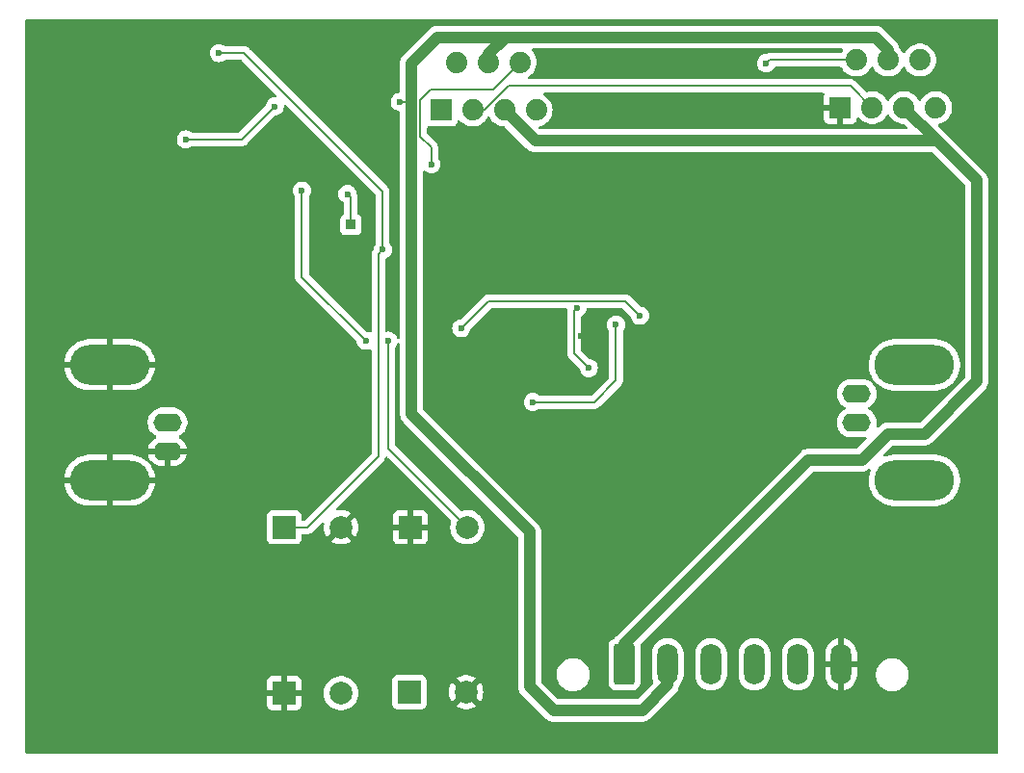
<source format=gbr>
%TF.GenerationSoftware,KiCad,Pcbnew,8.0.4*%
%TF.CreationDate,2024-12-24T16:07:24-06:00*%
%TF.ProjectId,opa548_revised,6f706135-3438-45f7-9265-76697365642e,rev?*%
%TF.SameCoordinates,Original*%
%TF.FileFunction,Copper,L2,Bot*%
%TF.FilePolarity,Positive*%
%FSLAX46Y46*%
G04 Gerber Fmt 4.6, Leading zero omitted, Abs format (unit mm)*
G04 Created by KiCad (PCBNEW 8.0.4) date 2024-12-24 16:07:24*
%MOMM*%
%LPD*%
G01*
G04 APERTURE LIST*
G04 Aperture macros list*
%AMRoundRect*
0 Rectangle with rounded corners*
0 $1 Rounding radius*
0 $2 $3 $4 $5 $6 $7 $8 $9 X,Y pos of 4 corners*
0 Add a 4 corners polygon primitive as box body*
4,1,4,$2,$3,$4,$5,$6,$7,$8,$9,$2,$3,0*
0 Add four circle primitives for the rounded corners*
1,1,$1+$1,$2,$3*
1,1,$1+$1,$4,$5*
1,1,$1+$1,$6,$7*
1,1,$1+$1,$8,$9*
0 Add four rect primitives between the rounded corners*
20,1,$1+$1,$2,$3,$4,$5,0*
20,1,$1+$1,$4,$5,$6,$7,0*
20,1,$1+$1,$6,$7,$8,$9,0*
20,1,$1+$1,$8,$9,$2,$3,0*%
G04 Aperture macros list end*
%TA.AperFunction,ComponentPad*%
%ADD10R,1.879600X1.879600*%
%TD*%
%TA.AperFunction,ComponentPad*%
%ADD11C,1.879600*%
%TD*%
%TA.AperFunction,ComponentPad*%
%ADD12R,0.850000X0.850000*%
%TD*%
%TA.AperFunction,ComponentPad*%
%ADD13O,2.500000X1.600000*%
%TD*%
%TA.AperFunction,ComponentPad*%
%ADD14O,7.000000X3.500000*%
%TD*%
%TA.AperFunction,ComponentPad*%
%ADD15RoundRect,0.250000X-0.650000X-1.550000X0.650000X-1.550000X0.650000X1.550000X-0.650000X1.550000X0*%
%TD*%
%TA.AperFunction,ComponentPad*%
%ADD16O,1.800000X3.600000*%
%TD*%
%TA.AperFunction,ComponentPad*%
%ADD17R,2.000000X2.000000*%
%TD*%
%TA.AperFunction,ComponentPad*%
%ADD18C,2.000000*%
%TD*%
%TA.AperFunction,ViaPad*%
%ADD19C,0.600000*%
%TD*%
%TA.AperFunction,Conductor*%
%ADD20C,0.200000*%
%TD*%
%TA.AperFunction,Conductor*%
%ADD21C,1.000000*%
%TD*%
G04 APERTURE END LIST*
D10*
%TO.P,U2,1,VIN+*%
%TO.N,GND*%
X124618000Y-39500000D03*
D11*
%TO.P,U2,2,VIN-*%
%TO.N,Net-(U2-VIN-)*%
X126015000Y-35309000D03*
%TO.P,U2,3,ILIM*%
%TO.N,Ilim*%
X127412000Y-39500000D03*
%TO.P,U2,4,V-*%
%TO.N,-24V*%
X128809000Y-35309000D03*
%TO.P,U2,5,V+*%
%TO.N,+24V*%
X130206000Y-39500000D03*
%TO.P,U2,6,VO*%
%TO.N,Net-(J5-Ext)*%
X131603000Y-35309000D03*
%TO.P,U2,7,E/S*%
%TO.N,Net-(JP22-B)*%
X133000000Y-39500000D03*
%TD*%
D10*
%TO.P,U1,1,VIN+*%
%TO.N,Net-(U1-VIN+)*%
X89506000Y-39700000D03*
D11*
%TO.P,U1,2,VIN-*%
%TO.N,Net-(U1-VIN-)*%
X90903000Y-35509000D03*
%TO.P,U1,3,ILIM*%
%TO.N,Ilim*%
X92300000Y-39700000D03*
%TO.P,U1,4,V-*%
%TO.N,-24V*%
X93697000Y-35509000D03*
%TO.P,U1,5,V+*%
%TO.N,+24V*%
X95094000Y-39700000D03*
%TO.P,U1,6,VO*%
%TO.N,Net-(U1-VO)*%
X96491000Y-35509000D03*
%TO.P,U1,7,E/S*%
%TO.N,Net-(JP23-B)*%
X97888000Y-39700000D03*
%TD*%
D12*
%TO.P,TP1,1,1*%
%TO.N,Net-(U3-INB-)*%
X81600000Y-49800000D03*
%TD*%
D13*
%TO.P,J5,1,In*%
%TO.N,Net-(J5-In)*%
X126050000Y-67200000D03*
D14*
%TO.P,J5,2,Ext*%
%TO.N,Net-(J5-Ext)*%
X131130000Y-62120000D03*
D13*
X126050000Y-64660000D03*
D14*
X131130000Y-72280000D03*
%TD*%
D15*
%TO.P,J2,1,Pin_1*%
%TO.N,+24V*%
X105630000Y-88467500D03*
D16*
%TO.P,J2,2,Pin_2*%
%TO.N,-24V*%
X109440000Y-88467500D03*
%TO.P,J2,3,Pin_3*%
%TO.N,+12V*%
X113250000Y-88467500D03*
%TO.P,J2,4,Pin_4*%
%TO.N,-12V*%
X117060000Y-88467500D03*
%TO.P,J2,5,Pin_5*%
%TO.N,+5V*%
X120870000Y-88467500D03*
%TO.P,J2,6,Pin_6*%
%TO.N,GND*%
X124680000Y-88467500D03*
%TD*%
D13*
%TO.P,J1,1,In*%
%TO.N,Net-(J1-In)*%
X65480000Y-67180000D03*
D14*
%TO.P,J1,2,Ext*%
%TO.N,GND*%
X60400000Y-72260000D03*
D13*
X65480000Y-69720000D03*
D14*
X60400000Y-62100000D03*
%TD*%
D17*
%TO.P,C9,1*%
%TO.N,GND*%
X86832323Y-76400000D03*
D18*
%TO.P,C9,2*%
%TO.N,-12V*%
X91832323Y-76400000D03*
%TD*%
D17*
%TO.P,C8,1*%
%TO.N,+12V*%
X75732323Y-76400000D03*
D18*
%TO.P,C8,2*%
%TO.N,GND*%
X80732323Y-76400000D03*
%TD*%
D17*
%TO.P,C7,1*%
%TO.N,GND*%
X75732323Y-91000000D03*
D18*
%TO.P,C7,2*%
%TO.N,-24V*%
X80732323Y-91000000D03*
%TD*%
D17*
%TO.P,C6,1*%
%TO.N,+24V*%
X86732323Y-90900000D03*
D18*
%TO.P,C6,2*%
%TO.N,GND*%
X91732323Y-90900000D03*
%TD*%
D19*
%TO.N,-12V*%
X82900000Y-60000000D03*
X77300000Y-46800000D03*
%TO.N,GND*%
X65300000Y-46800000D03*
%TO.N,Current_ina1*%
X91300000Y-58900000D03*
X107000000Y-57800000D03*
%TO.N,Net-(U2-VIN-)*%
X118100000Y-35600000D03*
%TO.N,GND*%
X113800000Y-38500000D03*
X112200000Y-38500000D03*
X110400000Y-38500000D03*
X108400000Y-38400000D03*
X106600000Y-38400000D03*
X104800000Y-38400000D03*
X113800000Y-40900000D03*
X112200000Y-40800000D03*
X110400000Y-40800000D03*
X108500000Y-40800000D03*
X106700000Y-40800000D03*
X104900000Y-40900000D03*
X113200000Y-34800000D03*
X111400000Y-34700000D03*
X109600000Y-34800000D03*
X107700000Y-34700000D03*
X106100000Y-34700000D03*
X104600000Y-34700000D03*
X113700000Y-39700000D03*
X112200000Y-39700000D03*
X110400000Y-39600000D03*
X108400000Y-39600000D03*
X106600000Y-39600000D03*
X104900000Y-39500000D03*
X104700000Y-35900000D03*
X107500000Y-35900000D03*
X109500000Y-35900000D03*
X112900000Y-35900000D03*
X111100000Y-35900000D03*
X106100000Y-35900000D03*
%TO.N,Net-(U3-INB-)*%
X81300000Y-47100000D03*
%TO.N,GND*%
X131000000Y-46900000D03*
%TO.N,+12V*%
X70000000Y-34700000D03*
%TO.N,-12V*%
X102500000Y-62400000D03*
X101500000Y-57100000D03*
%TO.N,GND*%
X101800000Y-59600000D03*
X111000000Y-59600000D03*
X111000000Y-64500000D03*
%TO.N,-12V*%
X84900000Y-60000000D03*
%TO.N,+12V*%
X84400000Y-52000000D03*
%TO.N,GND*%
X125500000Y-47700000D03*
X94500000Y-45587500D03*
X82000000Y-40600000D03*
%TO.N,-24V*%
X85900000Y-39000000D03*
%TO.N,Net-(U1-VO)*%
X88675500Y-44475500D03*
%TO.N,Net-(JP3-B)*%
X67100000Y-42300000D03*
X74900000Y-39400000D03*
%TO.N,GND*%
X70100000Y-86500000D03*
X64500000Y-83900000D03*
X69800000Y-81500000D03*
X64900000Y-78900000D03*
%TO.N,Net-(JP24-B)*%
X104900000Y-58600000D03*
X97600000Y-65400000D03*
%TD*%
D20*
%TO.N,-12V*%
X82900000Y-60000000D02*
X77300000Y-54400000D01*
X77300000Y-54400000D02*
X77300000Y-46800000D01*
X84900000Y-69467677D02*
X91832323Y-76400000D01*
X84900000Y-60000000D02*
X84900000Y-69467677D01*
%TO.N,Current_ina1*%
X107000000Y-57800000D02*
X105700000Y-56500000D01*
X105700000Y-56500000D02*
X93700000Y-56500000D01*
X93700000Y-56500000D02*
X91300000Y-58900000D01*
%TO.N,Net-(U2-VIN-)*%
X118391000Y-35309000D02*
X118100000Y-35600000D01*
X126015000Y-35309000D02*
X118391000Y-35309000D01*
%TO.N,Ilim*%
X95440658Y-37600000D02*
X125512000Y-37600000D01*
X93340658Y-39700000D02*
X95440658Y-37600000D01*
X92300000Y-39700000D02*
X93340658Y-39700000D01*
X125512000Y-37600000D02*
X127412000Y-39500000D01*
%TO.N,Net-(U3-INB-)*%
X81300000Y-47100000D02*
X81600000Y-47400000D01*
X81600000Y-47400000D02*
X81600000Y-49800000D01*
%TO.N,+12V*%
X84400000Y-46900000D02*
X84400000Y-52000000D01*
X72200000Y-34700000D02*
X84400000Y-46900000D01*
X70000000Y-34700000D02*
X72200000Y-34700000D01*
%TO.N,-12V*%
X101200000Y-57400000D02*
X101200000Y-61100000D01*
X101500000Y-57100000D02*
X101200000Y-57400000D01*
X101200000Y-61100000D02*
X102500000Y-62400000D01*
D21*
%TO.N,-24V*%
X89200000Y-33300000D02*
X95200000Y-33300000D01*
X97300000Y-90400000D02*
X97300000Y-76800000D01*
X97300000Y-76800000D02*
X86900000Y-66400000D01*
X86900000Y-35600000D02*
X89200000Y-33300000D01*
X99400000Y-92500000D02*
X97300000Y-90400000D01*
X107200000Y-92500000D02*
X99400000Y-92500000D01*
X109440000Y-90260000D02*
X107200000Y-92500000D01*
X86900000Y-66400000D02*
X86900000Y-35600000D01*
X109440000Y-88467500D02*
X109440000Y-90260000D01*
D20*
X86900000Y-39000000D02*
X85900000Y-39000000D01*
D21*
%TO.N,+24V*%
X121800000Y-70500000D02*
X105630000Y-86670000D01*
X126500000Y-70500000D02*
X121800000Y-70500000D01*
X128800000Y-68200000D02*
X126500000Y-70500000D01*
X136600000Y-45894000D02*
X136600000Y-63600000D01*
X136600000Y-63600000D02*
X132000000Y-68200000D01*
X105630000Y-86670000D02*
X105630000Y-88467500D01*
X133103000Y-42397000D02*
X136600000Y-45894000D01*
X132000000Y-68200000D02*
X128800000Y-68200000D01*
%TO.N,-24V*%
X128809000Y-34409000D02*
X128809000Y-35309000D01*
X93697000Y-34803000D02*
X95200000Y-33300000D01*
X95200000Y-33300000D02*
X127700000Y-33300000D01*
X93697000Y-35509000D02*
X93697000Y-34803000D01*
X127700000Y-33300000D02*
X128809000Y-34409000D01*
%TO.N,+24V*%
X97791000Y-42397000D02*
X95094000Y-39700000D01*
X133103000Y-42397000D02*
X97791000Y-42397000D01*
X130206000Y-39500000D02*
X133103000Y-42397000D01*
D20*
%TO.N,+12V*%
X84000000Y-52400000D02*
X84000000Y-70200000D01*
X84400000Y-52000000D02*
X84000000Y-52400000D01*
X77800000Y-76400000D02*
X75732323Y-76400000D01*
X84000000Y-70200000D02*
X77800000Y-76400000D01*
%TO.N,Net-(U1-VO)*%
X88675500Y-43010100D02*
X88675500Y-44475500D01*
X87700000Y-38800000D02*
X87700000Y-42034600D01*
X88600000Y-37900000D02*
X87700000Y-38800000D01*
X87700000Y-42034600D02*
X88675500Y-43010100D01*
X96491000Y-35509000D02*
X94100000Y-37900000D01*
X94100000Y-37900000D02*
X88600000Y-37900000D01*
%TO.N,Net-(JP3-B)*%
X72000000Y-42300000D02*
X74900000Y-39400000D01*
X67100000Y-42300000D02*
X72000000Y-42300000D01*
%TO.N,Net-(JP24-B)*%
X104900000Y-63500000D02*
X104900000Y-58600000D01*
X103000000Y-65400000D02*
X104900000Y-63500000D01*
X97600000Y-65400000D02*
X103000000Y-65400000D01*
%TD*%
%TA.AperFunction,Conductor*%
%TO.N,GND*%
G36*
X123167158Y-38220185D02*
G01*
X123212913Y-38272989D01*
X123222857Y-38342147D01*
X123216301Y-38367833D01*
X123184603Y-38452819D01*
X123184601Y-38452827D01*
X123178200Y-38512355D01*
X123178200Y-39250000D01*
X123979249Y-39250000D01*
X123958555Y-39299960D01*
X123932200Y-39432455D01*
X123932200Y-39567545D01*
X123958555Y-39700040D01*
X123979249Y-39750000D01*
X123178200Y-39750000D01*
X123178200Y-40487644D01*
X123184601Y-40547172D01*
X123184603Y-40547179D01*
X123234845Y-40681886D01*
X123234849Y-40681893D01*
X123321009Y-40796987D01*
X123321012Y-40796990D01*
X123436106Y-40883150D01*
X123436113Y-40883154D01*
X123570820Y-40933396D01*
X123570827Y-40933398D01*
X123630355Y-40939799D01*
X123630372Y-40939800D01*
X124368000Y-40939800D01*
X124368000Y-40138750D01*
X124417960Y-40159445D01*
X124550455Y-40185800D01*
X124685545Y-40185800D01*
X124818040Y-40159445D01*
X124868000Y-40138750D01*
X124868000Y-40939800D01*
X125605628Y-40939800D01*
X125605644Y-40939799D01*
X125665172Y-40933398D01*
X125665179Y-40933396D01*
X125799886Y-40883154D01*
X125799893Y-40883150D01*
X125914987Y-40796990D01*
X125914990Y-40796987D01*
X126001150Y-40681893D01*
X126001154Y-40681886D01*
X126051396Y-40547179D01*
X126051398Y-40547172D01*
X126057799Y-40487644D01*
X126057800Y-40487627D01*
X126057800Y-40473320D01*
X126077485Y-40406281D01*
X126130289Y-40360526D01*
X126199447Y-40350582D01*
X126263003Y-40379607D01*
X126273025Y-40389332D01*
X126433168Y-40563295D01*
X126621531Y-40709903D01*
X126831455Y-40823509D01*
X127057216Y-40901012D01*
X127292653Y-40940300D01*
X127292654Y-40940300D01*
X127531346Y-40940300D01*
X127531347Y-40940300D01*
X127766784Y-40901012D01*
X127992545Y-40823509D01*
X128202469Y-40709903D01*
X128390832Y-40563295D01*
X128552494Y-40387682D01*
X128683047Y-40187856D01*
X128695444Y-40159594D01*
X128740400Y-40106108D01*
X128807136Y-40085418D01*
X128874464Y-40104092D01*
X128921007Y-40156202D01*
X128922556Y-40159594D01*
X128933861Y-40185368D01*
X128934953Y-40187856D01*
X129065506Y-40387682D01*
X129227168Y-40563295D01*
X129415531Y-40709903D01*
X129625455Y-40823509D01*
X129851216Y-40901012D01*
X130086653Y-40940300D01*
X130180018Y-40940300D01*
X130247057Y-40959985D01*
X130267699Y-40976619D01*
X130475899Y-41184819D01*
X130509384Y-41246142D01*
X130504400Y-41315834D01*
X130462528Y-41371767D01*
X130397064Y-41396184D01*
X130388218Y-41396500D01*
X98256782Y-41396500D01*
X98189743Y-41376815D01*
X98169101Y-41360181D01*
X98127872Y-41318952D01*
X98094387Y-41257629D01*
X98099371Y-41187937D01*
X98141243Y-41132004D01*
X98195143Y-41108962D01*
X98196483Y-41108738D01*
X98242784Y-41101012D01*
X98468545Y-41023509D01*
X98678469Y-40909903D01*
X98866832Y-40763295D01*
X99028494Y-40587682D01*
X99159047Y-40387856D01*
X99254929Y-40169267D01*
X99313525Y-39937878D01*
X99313584Y-39937172D01*
X99333236Y-39700005D01*
X99333236Y-39699994D01*
X99313526Y-39462130D01*
X99313524Y-39462118D01*
X99254929Y-39230732D01*
X99159048Y-39012147D01*
X99159047Y-39012145D01*
X99159047Y-39012144D01*
X99028494Y-38812318D01*
X98866832Y-38636705D01*
X98678469Y-38490097D01*
X98573988Y-38433554D01*
X98524399Y-38384335D01*
X98509291Y-38316118D01*
X98533462Y-38250563D01*
X98589238Y-38208482D01*
X98633007Y-38200500D01*
X123100119Y-38200500D01*
X123167158Y-38220185D01*
G37*
%TD.AperFunction*%
%TA.AperFunction,Conductor*%
G36*
X138442539Y-31720185D02*
G01*
X138488294Y-31772989D01*
X138499500Y-31824500D01*
X138499500Y-96175500D01*
X138479815Y-96242539D01*
X138427011Y-96288294D01*
X138375500Y-96299500D01*
X53124500Y-96299500D01*
X53057461Y-96279815D01*
X53011706Y-96227011D01*
X53000500Y-96175500D01*
X53000500Y-89952155D01*
X74232323Y-89952155D01*
X74232323Y-90750000D01*
X75299311Y-90750000D01*
X75266398Y-90807007D01*
X75232323Y-90934174D01*
X75232323Y-91065826D01*
X75266398Y-91192993D01*
X75299311Y-91250000D01*
X74232323Y-91250000D01*
X74232323Y-92047844D01*
X74238724Y-92107372D01*
X74238726Y-92107379D01*
X74288968Y-92242086D01*
X74288972Y-92242093D01*
X74375132Y-92357187D01*
X74375135Y-92357190D01*
X74490229Y-92443350D01*
X74490236Y-92443354D01*
X74624943Y-92493596D01*
X74624950Y-92493598D01*
X74684478Y-92499999D01*
X74684495Y-92500000D01*
X75482323Y-92500000D01*
X75482323Y-91433012D01*
X75539330Y-91465925D01*
X75666497Y-91500000D01*
X75798149Y-91500000D01*
X75925316Y-91465925D01*
X75982323Y-91433012D01*
X75982323Y-92500000D01*
X76780151Y-92500000D01*
X76780167Y-92499999D01*
X76839695Y-92493598D01*
X76839702Y-92493596D01*
X76974409Y-92443354D01*
X76974416Y-92443350D01*
X77089510Y-92357190D01*
X77089513Y-92357187D01*
X77175673Y-92242093D01*
X77175677Y-92242086D01*
X77225919Y-92107379D01*
X77225921Y-92107372D01*
X77232322Y-92047844D01*
X77232323Y-92047827D01*
X77232323Y-91250000D01*
X76165335Y-91250000D01*
X76198248Y-91192993D01*
X76232323Y-91065826D01*
X76232323Y-90999994D01*
X79226680Y-90999994D01*
X79226680Y-91000005D01*
X79247213Y-91247812D01*
X79247215Y-91247824D01*
X79308259Y-91488881D01*
X79408149Y-91716606D01*
X79544156Y-91924782D01*
X79544159Y-91924785D01*
X79712579Y-92107738D01*
X79908814Y-92260474D01*
X79908816Y-92260475D01*
X80062779Y-92343796D01*
X80127513Y-92378828D01*
X80362709Y-92459571D01*
X80607988Y-92500500D01*
X80856658Y-92500500D01*
X81101937Y-92459571D01*
X81337133Y-92378828D01*
X81555832Y-92260474D01*
X81752067Y-92107738D01*
X81920487Y-91924785D01*
X82056496Y-91716607D01*
X82156386Y-91488881D01*
X82217431Y-91247821D01*
X82222702Y-91184209D01*
X82237966Y-91000005D01*
X82237966Y-90999994D01*
X82217432Y-90752187D01*
X82217430Y-90752175D01*
X82156386Y-90511118D01*
X82056496Y-90283393D01*
X81920489Y-90075217D01*
X81837971Y-89985579D01*
X81752067Y-89892262D01*
X81700512Y-89852135D01*
X85231823Y-89852135D01*
X85231823Y-91947870D01*
X85231824Y-91947876D01*
X85238231Y-92007483D01*
X85288525Y-92142328D01*
X85288529Y-92142335D01*
X85374775Y-92257544D01*
X85374778Y-92257547D01*
X85489987Y-92343793D01*
X85489994Y-92343797D01*
X85624840Y-92394091D01*
X85624839Y-92394091D01*
X85631767Y-92394835D01*
X85684450Y-92400500D01*
X87780195Y-92400499D01*
X87839806Y-92394091D01*
X87974654Y-92343796D01*
X88089869Y-92257546D01*
X88176119Y-92142331D01*
X88226414Y-92007483D01*
X88232823Y-91947873D01*
X88232822Y-90899994D01*
X90227182Y-90899994D01*
X90227182Y-90900005D01*
X90247708Y-91147729D01*
X90247710Y-91147738D01*
X90308735Y-91388717D01*
X90408589Y-91616364D01*
X90508887Y-91769882D01*
X91249360Y-91029409D01*
X91266398Y-91092993D01*
X91332224Y-91207007D01*
X91425316Y-91300099D01*
X91539330Y-91365925D01*
X91602913Y-91382962D01*
X90862265Y-92123609D01*
X90909091Y-92160055D01*
X90909093Y-92160056D01*
X91127708Y-92278364D01*
X91127719Y-92278369D01*
X91362829Y-92359083D01*
X91608030Y-92400000D01*
X91856616Y-92400000D01*
X92101816Y-92359083D01*
X92336926Y-92278369D01*
X92336937Y-92278364D01*
X92555551Y-92160057D01*
X92555554Y-92160055D01*
X92602379Y-92123609D01*
X91861732Y-91382962D01*
X91925316Y-91365925D01*
X92039330Y-91300099D01*
X92132422Y-91207007D01*
X92198248Y-91092993D01*
X92215285Y-91029410D01*
X92955757Y-91769882D01*
X93056054Y-91616369D01*
X93155910Y-91388717D01*
X93216935Y-91147738D01*
X93216937Y-91147729D01*
X93237464Y-90900005D01*
X93237464Y-90899994D01*
X93216937Y-90652270D01*
X93216935Y-90652261D01*
X93155910Y-90411282D01*
X93056054Y-90183630D01*
X92955757Y-90030116D01*
X92215285Y-90770589D01*
X92198248Y-90707007D01*
X92132422Y-90592993D01*
X92039330Y-90499901D01*
X91925316Y-90434075D01*
X91861733Y-90417037D01*
X92602380Y-89676390D01*
X92602379Y-89676389D01*
X92555552Y-89639943D01*
X92336937Y-89521635D01*
X92336926Y-89521630D01*
X92101816Y-89440916D01*
X91856616Y-89400000D01*
X91608030Y-89400000D01*
X91362829Y-89440916D01*
X91127719Y-89521630D01*
X91127713Y-89521632D01*
X90909084Y-89639949D01*
X90862265Y-89676388D01*
X90862265Y-89676390D01*
X91602913Y-90417037D01*
X91539330Y-90434075D01*
X91425316Y-90499901D01*
X91332224Y-90592993D01*
X91266398Y-90707007D01*
X91249360Y-90770589D01*
X90508887Y-90030116D01*
X90408590Y-90183632D01*
X90308735Y-90411282D01*
X90247710Y-90652261D01*
X90247708Y-90652270D01*
X90227182Y-90899994D01*
X88232822Y-90899994D01*
X88232822Y-89852128D01*
X88226414Y-89792517D01*
X88190167Y-89695335D01*
X88176120Y-89657671D01*
X88176116Y-89657664D01*
X88089870Y-89542455D01*
X88089867Y-89542452D01*
X87974658Y-89456206D01*
X87974651Y-89456202D01*
X87839805Y-89405908D01*
X87839806Y-89405908D01*
X87780206Y-89399501D01*
X87780204Y-89399500D01*
X87780196Y-89399500D01*
X87780187Y-89399500D01*
X85684452Y-89399500D01*
X85684446Y-89399501D01*
X85624839Y-89405908D01*
X85489994Y-89456202D01*
X85489987Y-89456206D01*
X85374778Y-89542452D01*
X85374775Y-89542455D01*
X85288529Y-89657664D01*
X85288525Y-89657671D01*
X85238231Y-89792517D01*
X85231824Y-89852116D01*
X85231824Y-89852123D01*
X85231823Y-89852135D01*
X81700512Y-89852135D01*
X81555832Y-89739526D01*
X81555830Y-89739525D01*
X81555829Y-89739524D01*
X81337134Y-89621172D01*
X81337125Y-89621169D01*
X81101939Y-89540429D01*
X80856658Y-89499500D01*
X80607988Y-89499500D01*
X80362706Y-89540429D01*
X80127520Y-89621169D01*
X80127511Y-89621172D01*
X79908816Y-89739524D01*
X79764134Y-89852135D01*
X79712579Y-89892262D01*
X79712243Y-89892627D01*
X79544156Y-90075217D01*
X79408149Y-90283393D01*
X79308259Y-90511118D01*
X79247215Y-90752175D01*
X79247213Y-90752187D01*
X79226680Y-90999994D01*
X76232323Y-90999994D01*
X76232323Y-90934174D01*
X76198248Y-90807007D01*
X76165335Y-90750000D01*
X77232323Y-90750000D01*
X77232323Y-89952172D01*
X77232322Y-89952155D01*
X77225921Y-89892627D01*
X77225919Y-89892620D01*
X77175677Y-89757913D01*
X77175673Y-89757906D01*
X77089513Y-89642812D01*
X77089510Y-89642809D01*
X76974416Y-89556649D01*
X76974409Y-89556645D01*
X76839702Y-89506403D01*
X76839695Y-89506401D01*
X76780167Y-89500000D01*
X75982323Y-89500000D01*
X75982323Y-90566988D01*
X75925316Y-90534075D01*
X75798149Y-90500000D01*
X75666497Y-90500000D01*
X75539330Y-90534075D01*
X75482323Y-90566988D01*
X75482323Y-89500000D01*
X74684478Y-89500000D01*
X74624950Y-89506401D01*
X74624943Y-89506403D01*
X74490236Y-89556645D01*
X74490229Y-89556649D01*
X74375135Y-89642809D01*
X74375132Y-89642812D01*
X74288972Y-89757906D01*
X74288968Y-89757913D01*
X74238726Y-89892620D01*
X74238724Y-89892627D01*
X74232323Y-89952155D01*
X53000500Y-89952155D01*
X53000500Y-72010000D01*
X56413497Y-72010000D01*
X59425038Y-72010000D01*
X59395000Y-72161016D01*
X59395000Y-72358984D01*
X59425038Y-72510000D01*
X56413498Y-72510000D01*
X56438496Y-72699884D01*
X56438499Y-72699897D01*
X56514835Y-72984790D01*
X56514838Y-72984800D01*
X56627704Y-73257281D01*
X56627709Y-73257292D01*
X56775174Y-73512707D01*
X56775185Y-73512723D01*
X56954729Y-73746709D01*
X56954735Y-73746716D01*
X57163283Y-73955264D01*
X57163290Y-73955270D01*
X57397276Y-74134814D01*
X57397292Y-74134825D01*
X57652707Y-74282290D01*
X57652718Y-74282295D01*
X57925199Y-74395161D01*
X57925209Y-74395164D01*
X58210102Y-74471500D01*
X58210115Y-74471503D01*
X58502516Y-74509998D01*
X58502534Y-74510000D01*
X60150000Y-74510000D01*
X60150000Y-73234961D01*
X60301016Y-73265000D01*
X60498984Y-73265000D01*
X60650000Y-73234961D01*
X60650000Y-74510000D01*
X62297466Y-74510000D01*
X62297483Y-74509998D01*
X62589884Y-74471503D01*
X62589897Y-74471500D01*
X62874790Y-74395164D01*
X62874800Y-74395161D01*
X63147281Y-74282295D01*
X63147292Y-74282290D01*
X63402707Y-74134825D01*
X63402723Y-74134814D01*
X63636709Y-73955270D01*
X63636716Y-73955264D01*
X63845264Y-73746716D01*
X63845270Y-73746709D01*
X64024814Y-73512723D01*
X64024825Y-73512707D01*
X64172290Y-73257292D01*
X64172295Y-73257281D01*
X64285161Y-72984800D01*
X64285164Y-72984790D01*
X64361500Y-72699897D01*
X64361503Y-72699884D01*
X64386502Y-72510000D01*
X61374962Y-72510000D01*
X61405000Y-72358984D01*
X61405000Y-72161016D01*
X61374962Y-72010000D01*
X64386502Y-72010000D01*
X64361503Y-71820115D01*
X64361500Y-71820102D01*
X64285164Y-71535209D01*
X64285161Y-71535199D01*
X64172295Y-71262718D01*
X64172290Y-71262707D01*
X64024825Y-71007292D01*
X64024814Y-71007276D01*
X63845270Y-70773290D01*
X63845264Y-70773283D01*
X63636716Y-70564735D01*
X63636709Y-70564729D01*
X63402723Y-70385185D01*
X63402707Y-70385174D01*
X63147292Y-70237709D01*
X63147281Y-70237704D01*
X62874800Y-70124838D01*
X62874790Y-70124835D01*
X62589897Y-70048499D01*
X62589884Y-70048496D01*
X62297483Y-70010001D01*
X62297466Y-70010000D01*
X60650000Y-70010000D01*
X60650000Y-71285038D01*
X60498984Y-71255000D01*
X60301016Y-71255000D01*
X60150000Y-71285038D01*
X60150000Y-70010000D01*
X58502534Y-70010000D01*
X58502516Y-70010001D01*
X58210115Y-70048496D01*
X58210102Y-70048499D01*
X57925209Y-70124835D01*
X57925199Y-70124838D01*
X57652718Y-70237704D01*
X57652707Y-70237709D01*
X57397292Y-70385174D01*
X57397276Y-70385185D01*
X57163290Y-70564729D01*
X57163283Y-70564735D01*
X56954735Y-70773283D01*
X56954729Y-70773290D01*
X56775185Y-71007276D01*
X56775174Y-71007292D01*
X56627709Y-71262707D01*
X56627704Y-71262718D01*
X56514838Y-71535199D01*
X56514835Y-71535209D01*
X56438499Y-71820102D01*
X56438496Y-71820115D01*
X56413497Y-72010000D01*
X53000500Y-72010000D01*
X53000500Y-67077648D01*
X63729500Y-67077648D01*
X63729500Y-67282351D01*
X63761522Y-67484534D01*
X63824781Y-67679223D01*
X63917715Y-67861613D01*
X64038028Y-68027213D01*
X64182786Y-68171971D01*
X64337749Y-68284556D01*
X64348390Y-68292287D01*
X64420424Y-68328990D01*
X64441629Y-68339795D01*
X64492425Y-68387770D01*
X64509220Y-68455591D01*
X64486682Y-68521726D01*
X64441629Y-68560765D01*
X64348650Y-68608140D01*
X64183105Y-68728417D01*
X64183104Y-68728417D01*
X64038417Y-68873104D01*
X64038417Y-68873105D01*
X63918140Y-69038650D01*
X63825244Y-69220970D01*
X63762009Y-69415586D01*
X63753391Y-69470000D01*
X65110496Y-69470000D01*
X65065326Y-69548236D01*
X65035000Y-69661415D01*
X65035000Y-69778585D01*
X65065326Y-69891764D01*
X65110496Y-69970000D01*
X63753391Y-69970000D01*
X63762009Y-70024413D01*
X63825244Y-70219029D01*
X63918140Y-70401349D01*
X64038417Y-70566894D01*
X64038417Y-70566895D01*
X64183104Y-70711582D01*
X64348650Y-70831859D01*
X64530968Y-70924755D01*
X64725582Y-70987990D01*
X64927683Y-71020000D01*
X65230000Y-71020000D01*
X65230000Y-70089504D01*
X65308236Y-70134674D01*
X65421415Y-70165000D01*
X65538585Y-70165000D01*
X65651764Y-70134674D01*
X65730000Y-70089504D01*
X65730000Y-71020000D01*
X66032317Y-71020000D01*
X66234417Y-70987990D01*
X66429031Y-70924755D01*
X66611349Y-70831859D01*
X66776894Y-70711582D01*
X66776895Y-70711582D01*
X66921582Y-70566895D01*
X66921582Y-70566894D01*
X67041859Y-70401349D01*
X67134755Y-70219029D01*
X67197990Y-70024413D01*
X67206609Y-69970000D01*
X65849504Y-69970000D01*
X65894674Y-69891764D01*
X65925000Y-69778585D01*
X65925000Y-69661415D01*
X65894674Y-69548236D01*
X65849504Y-69470000D01*
X67206609Y-69470000D01*
X67197990Y-69415586D01*
X67134755Y-69220970D01*
X67041859Y-69038650D01*
X66921582Y-68873105D01*
X66921582Y-68873104D01*
X66776895Y-68728417D01*
X66611349Y-68608140D01*
X66518370Y-68560765D01*
X66467574Y-68512790D01*
X66450779Y-68444969D01*
X66473316Y-68378835D01*
X66518370Y-68339795D01*
X66611610Y-68292287D01*
X66632770Y-68276913D01*
X66777213Y-68171971D01*
X66777215Y-68171968D01*
X66777219Y-68171966D01*
X66921966Y-68027219D01*
X66921968Y-68027215D01*
X66921971Y-68027213D01*
X66974732Y-67954590D01*
X67042287Y-67861610D01*
X67135220Y-67679219D01*
X67198477Y-67484534D01*
X67230500Y-67282352D01*
X67230500Y-67077648D01*
X67198477Y-66875466D01*
X67135220Y-66680781D01*
X67135218Y-66680778D01*
X67135218Y-66680776D01*
X67101503Y-66614607D01*
X67042287Y-66498390D01*
X67034556Y-66487749D01*
X66921971Y-66332786D01*
X66777213Y-66188028D01*
X66611613Y-66067715D01*
X66611612Y-66067714D01*
X66611610Y-66067713D01*
X66529962Y-66026111D01*
X66429223Y-65974781D01*
X66234534Y-65911522D01*
X66059995Y-65883878D01*
X66032352Y-65879500D01*
X64927648Y-65879500D01*
X64903329Y-65883351D01*
X64725465Y-65911522D01*
X64530776Y-65974781D01*
X64348386Y-66067715D01*
X64182786Y-66188028D01*
X64038028Y-66332786D01*
X63917715Y-66498386D01*
X63824781Y-66680776D01*
X63761522Y-66875465D01*
X63729500Y-67077648D01*
X53000500Y-67077648D01*
X53000500Y-61850000D01*
X56413497Y-61850000D01*
X59425038Y-61850000D01*
X59395000Y-62001016D01*
X59395000Y-62198984D01*
X59425038Y-62350000D01*
X56413498Y-62350000D01*
X56438496Y-62539884D01*
X56438499Y-62539897D01*
X56514835Y-62824790D01*
X56514838Y-62824800D01*
X56627704Y-63097281D01*
X56627709Y-63097292D01*
X56775174Y-63352707D01*
X56775185Y-63352723D01*
X56954729Y-63586709D01*
X56954735Y-63586716D01*
X57163283Y-63795264D01*
X57163290Y-63795270D01*
X57397276Y-63974814D01*
X57397292Y-63974825D01*
X57652707Y-64122290D01*
X57652718Y-64122295D01*
X57925199Y-64235161D01*
X57925209Y-64235164D01*
X58210102Y-64311500D01*
X58210115Y-64311503D01*
X58502516Y-64349998D01*
X58502534Y-64350000D01*
X60150000Y-64350000D01*
X60150000Y-63074961D01*
X60301016Y-63105000D01*
X60498984Y-63105000D01*
X60650000Y-63074961D01*
X60650000Y-64350000D01*
X62297466Y-64350000D01*
X62297483Y-64349998D01*
X62589884Y-64311503D01*
X62589897Y-64311500D01*
X62874790Y-64235164D01*
X62874800Y-64235161D01*
X63147281Y-64122295D01*
X63147292Y-64122290D01*
X63402707Y-63974825D01*
X63402723Y-63974814D01*
X63636709Y-63795270D01*
X63636716Y-63795264D01*
X63845264Y-63586716D01*
X63845270Y-63586709D01*
X64024814Y-63352723D01*
X64024825Y-63352707D01*
X64172290Y-63097292D01*
X64172295Y-63097281D01*
X64285161Y-62824800D01*
X64285164Y-62824790D01*
X64361500Y-62539897D01*
X64361503Y-62539884D01*
X64386502Y-62350000D01*
X61374962Y-62350000D01*
X61405000Y-62198984D01*
X61405000Y-62001016D01*
X61374962Y-61850000D01*
X64386502Y-61850000D01*
X64361503Y-61660115D01*
X64361500Y-61660102D01*
X64285164Y-61375209D01*
X64285161Y-61375199D01*
X64172295Y-61102718D01*
X64172290Y-61102707D01*
X64024825Y-60847292D01*
X64024814Y-60847276D01*
X63845270Y-60613290D01*
X63845264Y-60613283D01*
X63636716Y-60404735D01*
X63636709Y-60404729D01*
X63402723Y-60225185D01*
X63402707Y-60225174D01*
X63147292Y-60077709D01*
X63147281Y-60077704D01*
X62874800Y-59964838D01*
X62874790Y-59964835D01*
X62589897Y-59888499D01*
X62589884Y-59888496D01*
X62297483Y-59850001D01*
X62297466Y-59850000D01*
X60650000Y-59850000D01*
X60650000Y-61125038D01*
X60498984Y-61095000D01*
X60301016Y-61095000D01*
X60150000Y-61125038D01*
X60150000Y-59850000D01*
X58502534Y-59850000D01*
X58502516Y-59850001D01*
X58210115Y-59888496D01*
X58210102Y-59888499D01*
X57925209Y-59964835D01*
X57925199Y-59964838D01*
X57652718Y-60077704D01*
X57652707Y-60077709D01*
X57397292Y-60225174D01*
X57397276Y-60225185D01*
X57163290Y-60404729D01*
X57163283Y-60404735D01*
X56954735Y-60613283D01*
X56954729Y-60613290D01*
X56775185Y-60847276D01*
X56775174Y-60847292D01*
X56627709Y-61102707D01*
X56627704Y-61102718D01*
X56514838Y-61375199D01*
X56514835Y-61375209D01*
X56438499Y-61660102D01*
X56438496Y-61660115D01*
X56413497Y-61850000D01*
X53000500Y-61850000D01*
X53000500Y-42299996D01*
X66294435Y-42299996D01*
X66294435Y-42300003D01*
X66314630Y-42479249D01*
X66314631Y-42479254D01*
X66374211Y-42649523D01*
X66470184Y-42802262D01*
X66597738Y-42929816D01*
X66750478Y-43025789D01*
X66776179Y-43034782D01*
X66920745Y-43085368D01*
X66920750Y-43085369D01*
X67099996Y-43105565D01*
X67100000Y-43105565D01*
X67100004Y-43105565D01*
X67279249Y-43085369D01*
X67279252Y-43085368D01*
X67279255Y-43085368D01*
X67449522Y-43025789D01*
X67602262Y-42929816D01*
X67602267Y-42929810D01*
X67605097Y-42927555D01*
X67607275Y-42926665D01*
X67608158Y-42926111D01*
X67608255Y-42926265D01*
X67669783Y-42901145D01*
X67682412Y-42900500D01*
X71913331Y-42900500D01*
X71913347Y-42900501D01*
X71920943Y-42900501D01*
X72079054Y-42900501D01*
X72079057Y-42900501D01*
X72231785Y-42859577D01*
X72281904Y-42830639D01*
X72368716Y-42780520D01*
X72480520Y-42668716D01*
X72480520Y-42668714D01*
X72490728Y-42658507D01*
X72490730Y-42658504D01*
X74918535Y-40230698D01*
X74979856Y-40197215D01*
X74992311Y-40195163D01*
X75079255Y-40185368D01*
X75249522Y-40125789D01*
X75402262Y-40029816D01*
X75529816Y-39902262D01*
X75625789Y-39749522D01*
X75685368Y-39579255D01*
X75685369Y-39579249D01*
X75705565Y-39400003D01*
X75705565Y-39399999D01*
X75704840Y-39393570D01*
X75701408Y-39363108D01*
X75713462Y-39294288D01*
X75760810Y-39242908D01*
X75828420Y-39225283D01*
X75894826Y-39247008D01*
X75912309Y-39261544D01*
X83763181Y-47112416D01*
X83796666Y-47173739D01*
X83799500Y-47200097D01*
X83799500Y-51417587D01*
X83779815Y-51484626D01*
X83772450Y-51494896D01*
X83770186Y-51497734D01*
X83674210Y-51650478D01*
X83614630Y-51820750D01*
X83604837Y-51907666D01*
X83577770Y-51972080D01*
X83569300Y-51981462D01*
X83519480Y-52031283D01*
X83503556Y-52058865D01*
X83491898Y-52079058D01*
X83440423Y-52168215D01*
X83399499Y-52320943D01*
X83399499Y-52320945D01*
X83399499Y-52489046D01*
X83399500Y-52489059D01*
X83399500Y-59151928D01*
X83379815Y-59218967D01*
X83327011Y-59264722D01*
X83257853Y-59274666D01*
X83234546Y-59268970D01*
X83079249Y-59214630D01*
X82992330Y-59204837D01*
X82927916Y-59177770D01*
X82918533Y-59169298D01*
X77936819Y-54187584D01*
X77903334Y-54126261D01*
X77900500Y-54099903D01*
X77900500Y-47382412D01*
X77920185Y-47315373D01*
X77927555Y-47305097D01*
X77929810Y-47302267D01*
X77929816Y-47302262D01*
X78025789Y-47149522D01*
X78043119Y-47099996D01*
X80494435Y-47099996D01*
X80494435Y-47100000D01*
X80514630Y-47279249D01*
X80514631Y-47279254D01*
X80574211Y-47449523D01*
X80670184Y-47602262D01*
X80797738Y-47729816D01*
X80941474Y-47820131D01*
X80987763Y-47872463D01*
X80999500Y-47925123D01*
X80999500Y-48821138D01*
X80979815Y-48888177D01*
X80939581Y-48925637D01*
X80939769Y-48925888D01*
X80937441Y-48927630D01*
X80934932Y-48929967D01*
X80932670Y-48931202D01*
X80817455Y-49017452D01*
X80817452Y-49017455D01*
X80731206Y-49132664D01*
X80731202Y-49132671D01*
X80680908Y-49267517D01*
X80674501Y-49327116D01*
X80674501Y-49327123D01*
X80674500Y-49327135D01*
X80674500Y-50272870D01*
X80674501Y-50272876D01*
X80680908Y-50332483D01*
X80731202Y-50467328D01*
X80731206Y-50467335D01*
X80817452Y-50582544D01*
X80817455Y-50582547D01*
X80932664Y-50668793D01*
X80932671Y-50668797D01*
X81067517Y-50719091D01*
X81067516Y-50719091D01*
X81074444Y-50719835D01*
X81127127Y-50725500D01*
X82072872Y-50725499D01*
X82132483Y-50719091D01*
X82267331Y-50668796D01*
X82382546Y-50582546D01*
X82468796Y-50467331D01*
X82519091Y-50332483D01*
X82525500Y-50272873D01*
X82525499Y-49327128D01*
X82519091Y-49267517D01*
X82468796Y-49132669D01*
X82468795Y-49132668D01*
X82468793Y-49132664D01*
X82382547Y-49017455D01*
X82382544Y-49017452D01*
X82267329Y-48931202D01*
X82265068Y-48929967D01*
X82263246Y-48928145D01*
X82260231Y-48925888D01*
X82260555Y-48925454D01*
X82215665Y-48880559D01*
X82200500Y-48821138D01*
X82200500Y-47320945D01*
X82200500Y-47320943D01*
X82159577Y-47168216D01*
X82159577Y-47168215D01*
X82159577Y-47168214D01*
X82120193Y-47100000D01*
X82114953Y-47090924D01*
X82099121Y-47042809D01*
X82085369Y-46920749D01*
X82085368Y-46920745D01*
X82050446Y-46820943D01*
X82025789Y-46750478D01*
X81929816Y-46597738D01*
X81802262Y-46470184D01*
X81770897Y-46450476D01*
X81649523Y-46374211D01*
X81479254Y-46314631D01*
X81479249Y-46314630D01*
X81300004Y-46294435D01*
X81299996Y-46294435D01*
X81120750Y-46314630D01*
X81120745Y-46314631D01*
X80950476Y-46374211D01*
X80797737Y-46470184D01*
X80670184Y-46597737D01*
X80574211Y-46750476D01*
X80514631Y-46920745D01*
X80514630Y-46920750D01*
X80494435Y-47099996D01*
X78043119Y-47099996D01*
X78085368Y-46979255D01*
X78091960Y-46920749D01*
X78105565Y-46800003D01*
X78105565Y-46799996D01*
X78085369Y-46620750D01*
X78085368Y-46620745D01*
X78025789Y-46450478D01*
X78006310Y-46419478D01*
X77940431Y-46314632D01*
X77929816Y-46297738D01*
X77802262Y-46170184D01*
X77649523Y-46074211D01*
X77479254Y-46014631D01*
X77479249Y-46014630D01*
X77300004Y-45994435D01*
X77299996Y-45994435D01*
X77120750Y-46014630D01*
X77120745Y-46014631D01*
X76950476Y-46074211D01*
X76797737Y-46170184D01*
X76670184Y-46297737D01*
X76574211Y-46450476D01*
X76514631Y-46620745D01*
X76514630Y-46620750D01*
X76494435Y-46799996D01*
X76494435Y-46800003D01*
X76514630Y-46979249D01*
X76514631Y-46979254D01*
X76574211Y-47149523D01*
X76670185Y-47302263D01*
X76672445Y-47305097D01*
X76673334Y-47307275D01*
X76673889Y-47308158D01*
X76673734Y-47308255D01*
X76698855Y-47369783D01*
X76699500Y-47382412D01*
X76699500Y-54313330D01*
X76699499Y-54313348D01*
X76699499Y-54479054D01*
X76699498Y-54479054D01*
X76740423Y-54631785D01*
X76769358Y-54681900D01*
X76769359Y-54681904D01*
X76769360Y-54681904D01*
X76819479Y-54768714D01*
X76819481Y-54768717D01*
X76938349Y-54887585D01*
X76938355Y-54887590D01*
X82069298Y-60018533D01*
X82102783Y-60079856D01*
X82104837Y-60092330D01*
X82114630Y-60179249D01*
X82174210Y-60349521D01*
X82270184Y-60502262D01*
X82397738Y-60629816D01*
X82550478Y-60725789D01*
X82720739Y-60785366D01*
X82720745Y-60785368D01*
X82720750Y-60785369D01*
X82899996Y-60805565D01*
X82900000Y-60805565D01*
X82900004Y-60805565D01*
X83079249Y-60785369D01*
X83079251Y-60785368D01*
X83079255Y-60785368D01*
X83079258Y-60785366D01*
X83079262Y-60785366D01*
X83234545Y-60731030D01*
X83304324Y-60727468D01*
X83364951Y-60762196D01*
X83397179Y-60824190D01*
X83399500Y-60848071D01*
X83399500Y-69899903D01*
X83379815Y-69966942D01*
X83363181Y-69987584D01*
X77587584Y-75763181D01*
X77526261Y-75796666D01*
X77499903Y-75799500D01*
X77356822Y-75799500D01*
X77289783Y-75779815D01*
X77244028Y-75727011D01*
X77232822Y-75675500D01*
X77232822Y-75352129D01*
X77232821Y-75352123D01*
X77232820Y-75352116D01*
X77226414Y-75292517D01*
X77176207Y-75157906D01*
X77176120Y-75157671D01*
X77176116Y-75157664D01*
X77089870Y-75042455D01*
X77089867Y-75042452D01*
X76974658Y-74956206D01*
X76974651Y-74956202D01*
X76839805Y-74905908D01*
X76839806Y-74905908D01*
X76780206Y-74899501D01*
X76780204Y-74899500D01*
X76780196Y-74899500D01*
X76780187Y-74899500D01*
X74684452Y-74899500D01*
X74684446Y-74899501D01*
X74624839Y-74905908D01*
X74489994Y-74956202D01*
X74489987Y-74956206D01*
X74374778Y-75042452D01*
X74374775Y-75042455D01*
X74288529Y-75157664D01*
X74288525Y-75157671D01*
X74238231Y-75292517D01*
X74231824Y-75352116D01*
X74231824Y-75352123D01*
X74231823Y-75352135D01*
X74231823Y-77447870D01*
X74231824Y-77447876D01*
X74238231Y-77507483D01*
X74288525Y-77642328D01*
X74288529Y-77642335D01*
X74374775Y-77757544D01*
X74374778Y-77757547D01*
X74489987Y-77843793D01*
X74489994Y-77843797D01*
X74624840Y-77894091D01*
X74624839Y-77894091D01*
X74631767Y-77894835D01*
X74684450Y-77900500D01*
X76780195Y-77900499D01*
X76839806Y-77894091D01*
X76974654Y-77843796D01*
X77089869Y-77757546D01*
X77176119Y-77642331D01*
X77226414Y-77507483D01*
X77232823Y-77447873D01*
X77232823Y-77124500D01*
X77252508Y-77057461D01*
X77305312Y-77011706D01*
X77356823Y-77000500D01*
X77713331Y-77000500D01*
X77713347Y-77000501D01*
X77720943Y-77000501D01*
X77879054Y-77000501D01*
X77879057Y-77000501D01*
X78031785Y-76959577D01*
X78081904Y-76930639D01*
X78168716Y-76880520D01*
X78280520Y-76768716D01*
X78280520Y-76768714D01*
X78290728Y-76758507D01*
X78290730Y-76758504D01*
X79048211Y-76001022D01*
X79109532Y-75967539D01*
X79179224Y-75972523D01*
X79235157Y-76014395D01*
X79259574Y-76079859D01*
X79256096Y-76119145D01*
X79247710Y-76152257D01*
X79247708Y-76152270D01*
X79227182Y-76399994D01*
X79227182Y-76400005D01*
X79247708Y-76647729D01*
X79247710Y-76647738D01*
X79308735Y-76888717D01*
X79408589Y-77116364D01*
X79508887Y-77269882D01*
X80249360Y-76529408D01*
X80266398Y-76592993D01*
X80332224Y-76707007D01*
X80425316Y-76800099D01*
X80539330Y-76865925D01*
X80602913Y-76882962D01*
X79862265Y-77623609D01*
X79909091Y-77660055D01*
X79909093Y-77660056D01*
X80127708Y-77778364D01*
X80127719Y-77778369D01*
X80362829Y-77859083D01*
X80608030Y-77900000D01*
X80856616Y-77900000D01*
X81101816Y-77859083D01*
X81336926Y-77778369D01*
X81336937Y-77778364D01*
X81555551Y-77660057D01*
X81555554Y-77660055D01*
X81602379Y-77623609D01*
X80861732Y-76882962D01*
X80925316Y-76865925D01*
X81039330Y-76800099D01*
X81132422Y-76707007D01*
X81198248Y-76592993D01*
X81215285Y-76529410D01*
X81955757Y-77269882D01*
X82056054Y-77116369D01*
X82155910Y-76888717D01*
X82216935Y-76647738D01*
X82216937Y-76647729D01*
X82237464Y-76400005D01*
X82237464Y-76399994D01*
X82216937Y-76152270D01*
X82216935Y-76152261D01*
X82155910Y-75911282D01*
X82056054Y-75683630D01*
X81955757Y-75530116D01*
X81215285Y-76270589D01*
X81198248Y-76207007D01*
X81132422Y-76092993D01*
X81039330Y-75999901D01*
X80925316Y-75934075D01*
X80861731Y-75917037D01*
X81426614Y-75352155D01*
X85332323Y-75352155D01*
X85332323Y-76150000D01*
X86399311Y-76150000D01*
X86366398Y-76207007D01*
X86332323Y-76334174D01*
X86332323Y-76465826D01*
X86366398Y-76592993D01*
X86399311Y-76650000D01*
X85332323Y-76650000D01*
X85332323Y-77447844D01*
X85338724Y-77507372D01*
X85338726Y-77507379D01*
X85388968Y-77642086D01*
X85388972Y-77642093D01*
X85475132Y-77757187D01*
X85475135Y-77757190D01*
X85590229Y-77843350D01*
X85590236Y-77843354D01*
X85724943Y-77893596D01*
X85724950Y-77893598D01*
X85784478Y-77899999D01*
X85784495Y-77900000D01*
X86582323Y-77900000D01*
X86582323Y-76833012D01*
X86639330Y-76865925D01*
X86766497Y-76900000D01*
X86898149Y-76900000D01*
X87025316Y-76865925D01*
X87082323Y-76833012D01*
X87082323Y-77900000D01*
X87880151Y-77900000D01*
X87880167Y-77899999D01*
X87939695Y-77893598D01*
X87939702Y-77893596D01*
X88074409Y-77843354D01*
X88074416Y-77843350D01*
X88189510Y-77757190D01*
X88189513Y-77757187D01*
X88275673Y-77642093D01*
X88275677Y-77642086D01*
X88325919Y-77507379D01*
X88325921Y-77507372D01*
X88332322Y-77447844D01*
X88332323Y-77447827D01*
X88332323Y-76650000D01*
X87265335Y-76650000D01*
X87298248Y-76592993D01*
X87332323Y-76465826D01*
X87332323Y-76334174D01*
X87298248Y-76207007D01*
X87265335Y-76150000D01*
X88332323Y-76150000D01*
X88332323Y-75352172D01*
X88332322Y-75352155D01*
X88325921Y-75292627D01*
X88325919Y-75292620D01*
X88275677Y-75157913D01*
X88275673Y-75157906D01*
X88189513Y-75042812D01*
X88189510Y-75042809D01*
X88074416Y-74956649D01*
X88074409Y-74956645D01*
X87939702Y-74906403D01*
X87939695Y-74906401D01*
X87880167Y-74900000D01*
X87082323Y-74900000D01*
X87082323Y-75966988D01*
X87025316Y-75934075D01*
X86898149Y-75900000D01*
X86766497Y-75900000D01*
X86639330Y-75934075D01*
X86582323Y-75966988D01*
X86582323Y-74900000D01*
X85784478Y-74900000D01*
X85724950Y-74906401D01*
X85724943Y-74906403D01*
X85590236Y-74956645D01*
X85590229Y-74956649D01*
X85475135Y-75042809D01*
X85475132Y-75042812D01*
X85388972Y-75157906D01*
X85388968Y-75157913D01*
X85338726Y-75292620D01*
X85338724Y-75292627D01*
X85332323Y-75352155D01*
X81426614Y-75352155D01*
X81602380Y-75176389D01*
X81555552Y-75139943D01*
X81336937Y-75021635D01*
X81336926Y-75021630D01*
X81101816Y-74940916D01*
X80856616Y-74900000D01*
X80608029Y-74900000D01*
X80439128Y-74928184D01*
X80369763Y-74919802D01*
X80315941Y-74875249D01*
X80294751Y-74808670D01*
X80312919Y-74741204D01*
X80331030Y-74718203D01*
X84368713Y-70680521D01*
X84368716Y-70680520D01*
X84480520Y-70568716D01*
X84530639Y-70481904D01*
X84559577Y-70431785D01*
X84600204Y-70280158D01*
X84636569Y-70220499D01*
X84699416Y-70189970D01*
X84768791Y-70198265D01*
X84807660Y-70224572D01*
X90375805Y-75792717D01*
X90409290Y-75854040D01*
X90408330Y-75910838D01*
X90347215Y-76152174D01*
X90347213Y-76152187D01*
X90326680Y-76399994D01*
X90326680Y-76400005D01*
X90347213Y-76647812D01*
X90347215Y-76647824D01*
X90408259Y-76888881D01*
X90508149Y-77116606D01*
X90644156Y-77324782D01*
X90644159Y-77324785D01*
X90812579Y-77507738D01*
X91008814Y-77660474D01*
X91008816Y-77660475D01*
X91226655Y-77778364D01*
X91227513Y-77778828D01*
X91415459Y-77843350D01*
X91461287Y-77859083D01*
X91462709Y-77859571D01*
X91707988Y-77900500D01*
X91956658Y-77900500D01*
X92201937Y-77859571D01*
X92437133Y-77778828D01*
X92655832Y-77660474D01*
X92852067Y-77507738D01*
X93020487Y-77324785D01*
X93156496Y-77116607D01*
X93256386Y-76888881D01*
X93317431Y-76647821D01*
X93329003Y-76508170D01*
X93337966Y-76400005D01*
X93337966Y-76399994D01*
X93317432Y-76152187D01*
X93317430Y-76152175D01*
X93256386Y-75911118D01*
X93156496Y-75683393D01*
X93020489Y-75475217D01*
X92998880Y-75451744D01*
X92852067Y-75292262D01*
X92655832Y-75139526D01*
X92655830Y-75139525D01*
X92655829Y-75139524D01*
X92437134Y-75021172D01*
X92437125Y-75021169D01*
X92201939Y-74940429D01*
X91956658Y-74899500D01*
X91707988Y-74899500D01*
X91462705Y-74940429D01*
X91462703Y-74940429D01*
X91356716Y-74976815D01*
X91286918Y-74979965D01*
X91228773Y-74947215D01*
X85536819Y-69255261D01*
X85503334Y-69193938D01*
X85500500Y-69167580D01*
X85500500Y-60582412D01*
X85520185Y-60515373D01*
X85527555Y-60505097D01*
X85529810Y-60502267D01*
X85529816Y-60502262D01*
X85625789Y-60349522D01*
X85658458Y-60256160D01*
X85699180Y-60199383D01*
X85764133Y-60173636D01*
X85832694Y-60187092D01*
X85883097Y-60235479D01*
X85899500Y-60297114D01*
X85899500Y-66498544D01*
X85937947Y-66691828D01*
X85937950Y-66691840D01*
X85954641Y-66732135D01*
X85954643Y-66732138D01*
X86013369Y-66873917D01*
X86122860Y-67037781D01*
X86122863Y-67037785D01*
X86266537Y-67181459D01*
X86266559Y-67181479D01*
X96263181Y-77178101D01*
X96296666Y-77239424D01*
X96299500Y-77265782D01*
X96299500Y-90498544D01*
X96337947Y-90691828D01*
X96337949Y-90691836D01*
X96355379Y-90733915D01*
X96355379Y-90733916D01*
X96413364Y-90873907D01*
X96413370Y-90873918D01*
X96522859Y-91037780D01*
X96522860Y-91037781D01*
X96522861Y-91037782D01*
X96662218Y-91177139D01*
X96662219Y-91177139D01*
X96669286Y-91184206D01*
X96669285Y-91184206D01*
X96669288Y-91184208D01*
X98622860Y-93137781D01*
X98622861Y-93137782D01*
X98762218Y-93277139D01*
X98926086Y-93386632D01*
X99032745Y-93430811D01*
X99108164Y-93462051D01*
X99301454Y-93500499D01*
X99301457Y-93500500D01*
X99301459Y-93500500D01*
X107298542Y-93500500D01*
X107317870Y-93496655D01*
X107395188Y-93481275D01*
X107491836Y-93462051D01*
X107545165Y-93439961D01*
X107673914Y-93386632D01*
X107837782Y-93277139D01*
X107977139Y-93137782D01*
X107977139Y-93137780D01*
X107987347Y-93127573D01*
X107987348Y-93127570D01*
X110217139Y-90897782D01*
X110233087Y-90873914D01*
X110294312Y-90782284D01*
X110326632Y-90733915D01*
X110326631Y-90733914D01*
X110326632Y-90733914D01*
X110363487Y-90644935D01*
X110378754Y-90608080D01*
X110378754Y-90608079D01*
X110385003Y-90592993D01*
X110402051Y-90551836D01*
X110435877Y-90381783D01*
X110468262Y-90319872D01*
X110469758Y-90318348D01*
X110508242Y-90279865D01*
X110637815Y-90101522D01*
X110737895Y-89905106D01*
X110806015Y-89695451D01*
X110840500Y-89477722D01*
X110840500Y-87457278D01*
X111849500Y-87457278D01*
X111849500Y-89477721D01*
X111883985Y-89695452D01*
X111952103Y-89905103D01*
X111952104Y-89905106D01*
X111980368Y-89960575D01*
X112034854Y-90067509D01*
X112052187Y-90101525D01*
X112181752Y-90279858D01*
X112181756Y-90279863D01*
X112337636Y-90435743D01*
X112337641Y-90435747D01*
X112490008Y-90546447D01*
X112515978Y-90565315D01*
X112644375Y-90630737D01*
X112712393Y-90665395D01*
X112712396Y-90665396D01*
X112793772Y-90691836D01*
X112922049Y-90733515D01*
X113139778Y-90768000D01*
X113139779Y-90768000D01*
X113360221Y-90768000D01*
X113360222Y-90768000D01*
X113577951Y-90733515D01*
X113787606Y-90665395D01*
X113984022Y-90565315D01*
X114162365Y-90435742D01*
X114318242Y-90279865D01*
X114447815Y-90101522D01*
X114547895Y-89905106D01*
X114616015Y-89695451D01*
X114650500Y-89477722D01*
X114650500Y-87457278D01*
X115659500Y-87457278D01*
X115659500Y-89477721D01*
X115693985Y-89695452D01*
X115762103Y-89905103D01*
X115762104Y-89905106D01*
X115790368Y-89960575D01*
X115844854Y-90067509D01*
X115862187Y-90101525D01*
X115991752Y-90279858D01*
X115991756Y-90279863D01*
X116147636Y-90435743D01*
X116147641Y-90435747D01*
X116300008Y-90546447D01*
X116325978Y-90565315D01*
X116454375Y-90630737D01*
X116522393Y-90665395D01*
X116522396Y-90665396D01*
X116603772Y-90691836D01*
X116732049Y-90733515D01*
X116949778Y-90768000D01*
X116949779Y-90768000D01*
X117170221Y-90768000D01*
X117170222Y-90768000D01*
X117387951Y-90733515D01*
X117597606Y-90665395D01*
X117794022Y-90565315D01*
X117972365Y-90435742D01*
X118128242Y-90279865D01*
X118257815Y-90101522D01*
X118357895Y-89905106D01*
X118426015Y-89695451D01*
X118460500Y-89477722D01*
X118460500Y-87457278D01*
X119469500Y-87457278D01*
X119469500Y-89477721D01*
X119503985Y-89695452D01*
X119572103Y-89905103D01*
X119572104Y-89905106D01*
X119600368Y-89960575D01*
X119654854Y-90067509D01*
X119672187Y-90101525D01*
X119801752Y-90279858D01*
X119801756Y-90279863D01*
X119957636Y-90435743D01*
X119957641Y-90435747D01*
X120110008Y-90546447D01*
X120135978Y-90565315D01*
X120264375Y-90630737D01*
X120332393Y-90665395D01*
X120332396Y-90665396D01*
X120413772Y-90691836D01*
X120542049Y-90733515D01*
X120759778Y-90768000D01*
X120759779Y-90768000D01*
X120980221Y-90768000D01*
X120980222Y-90768000D01*
X121197951Y-90733515D01*
X121407606Y-90665395D01*
X121604022Y-90565315D01*
X121782365Y-90435742D01*
X121938242Y-90279865D01*
X122067815Y-90101522D01*
X122167895Y-89905106D01*
X122236015Y-89695451D01*
X122270500Y-89477722D01*
X122270500Y-87457318D01*
X123280000Y-87457318D01*
X123280000Y-88217500D01*
X124131518Y-88217500D01*
X124120889Y-88235909D01*
X124080000Y-88388509D01*
X124080000Y-88546491D01*
X124120889Y-88699091D01*
X124131518Y-88717500D01*
X123280000Y-88717500D01*
X123280000Y-89477681D01*
X123314473Y-89695335D01*
X123382567Y-89904910D01*
X123482613Y-90101260D01*
X123612142Y-90279541D01*
X123767958Y-90435357D01*
X123946239Y-90564886D01*
X124142589Y-90664932D01*
X124352163Y-90733026D01*
X124429999Y-90745354D01*
X124430000Y-90745354D01*
X124430000Y-89015982D01*
X124448409Y-89026611D01*
X124601009Y-89067500D01*
X124758991Y-89067500D01*
X124911591Y-89026611D01*
X124930000Y-89015982D01*
X124930000Y-90745354D01*
X125007834Y-90733026D01*
X125007837Y-90733026D01*
X125217410Y-90664932D01*
X125413760Y-90564886D01*
X125592041Y-90435357D01*
X125747857Y-90279541D01*
X125877386Y-90101260D01*
X125977432Y-89904910D01*
X126045526Y-89695335D01*
X126080000Y-89477681D01*
X126080000Y-89253337D01*
X127729500Y-89253337D01*
X127729500Y-89481662D01*
X127765215Y-89707160D01*
X127835770Y-89924303D01*
X127912664Y-90075215D01*
X127939421Y-90127728D01*
X128073621Y-90312437D01*
X128235063Y-90473879D01*
X128419772Y-90608079D01*
X128506484Y-90652261D01*
X128623196Y-90711729D01*
X128623198Y-90711729D01*
X128623201Y-90711731D01*
X128726682Y-90745354D01*
X128840339Y-90782284D01*
X129065838Y-90818000D01*
X129065843Y-90818000D01*
X129294162Y-90818000D01*
X129519660Y-90782284D01*
X129563621Y-90768000D01*
X129736799Y-90711731D01*
X129940228Y-90608079D01*
X130124937Y-90473879D01*
X130286379Y-90312437D01*
X130420579Y-90127728D01*
X130524231Y-89924299D01*
X130594784Y-89707160D01*
X130596657Y-89695335D01*
X130630500Y-89481662D01*
X130630500Y-89253337D01*
X130594784Y-89027839D01*
X130524229Y-88810696D01*
X130420578Y-88607271D01*
X130286379Y-88422563D01*
X130124937Y-88261121D01*
X129940228Y-88126921D01*
X129736803Y-88023270D01*
X129519660Y-87952715D01*
X129294162Y-87917000D01*
X129294157Y-87917000D01*
X129065843Y-87917000D01*
X129065838Y-87917000D01*
X128840339Y-87952715D01*
X128623196Y-88023270D01*
X128419771Y-88126921D01*
X128235061Y-88261122D01*
X128073622Y-88422561D01*
X127939421Y-88607271D01*
X127835770Y-88810696D01*
X127765215Y-89027839D01*
X127729500Y-89253337D01*
X126080000Y-89253337D01*
X126080000Y-88717500D01*
X125228482Y-88717500D01*
X125239111Y-88699091D01*
X125280000Y-88546491D01*
X125280000Y-88388509D01*
X125239111Y-88235909D01*
X125228482Y-88217500D01*
X126080000Y-88217500D01*
X126080000Y-87457318D01*
X126045526Y-87239664D01*
X125977432Y-87030089D01*
X125877386Y-86833739D01*
X125747857Y-86655458D01*
X125592041Y-86499642D01*
X125413760Y-86370113D01*
X125217410Y-86270067D01*
X125007836Y-86201973D01*
X124930000Y-86189644D01*
X124930000Y-87919017D01*
X124911591Y-87908389D01*
X124758991Y-87867500D01*
X124601009Y-87867500D01*
X124448409Y-87908389D01*
X124430000Y-87919017D01*
X124430000Y-86189644D01*
X124352164Y-86201973D01*
X124352161Y-86201973D01*
X124142589Y-86270067D01*
X123946239Y-86370113D01*
X123767958Y-86499642D01*
X123612142Y-86655458D01*
X123482613Y-86833739D01*
X123382567Y-87030089D01*
X123314473Y-87239664D01*
X123280000Y-87457318D01*
X122270500Y-87457318D01*
X122270500Y-87457278D01*
X122236015Y-87239549D01*
X122201955Y-87134721D01*
X122167896Y-87029896D01*
X122167895Y-87029893D01*
X122085149Y-86867498D01*
X122067815Y-86833478D01*
X122017848Y-86764704D01*
X121938247Y-86655141D01*
X121938243Y-86655136D01*
X121782363Y-86499256D01*
X121782358Y-86499252D01*
X121604025Y-86369687D01*
X121604024Y-86369686D01*
X121604022Y-86369685D01*
X121515908Y-86324788D01*
X121407606Y-86269604D01*
X121407603Y-86269603D01*
X121197952Y-86201485D01*
X121089086Y-86184242D01*
X120980222Y-86167000D01*
X120759778Y-86167000D01*
X120687201Y-86178495D01*
X120542047Y-86201485D01*
X120332396Y-86269603D01*
X120332393Y-86269604D01*
X120135974Y-86369687D01*
X119957641Y-86499252D01*
X119957636Y-86499256D01*
X119801756Y-86655136D01*
X119801752Y-86655141D01*
X119672187Y-86833474D01*
X119572104Y-87029893D01*
X119572103Y-87029896D01*
X119503985Y-87239547D01*
X119469500Y-87457278D01*
X118460500Y-87457278D01*
X118426015Y-87239549D01*
X118391955Y-87134721D01*
X118357896Y-87029896D01*
X118357895Y-87029893D01*
X118275149Y-86867498D01*
X118257815Y-86833478D01*
X118207848Y-86764704D01*
X118128247Y-86655141D01*
X118128243Y-86655136D01*
X117972363Y-86499256D01*
X117972358Y-86499252D01*
X117794025Y-86369687D01*
X117794024Y-86369686D01*
X117794022Y-86369685D01*
X117705908Y-86324788D01*
X117597606Y-86269604D01*
X117597603Y-86269603D01*
X117387952Y-86201485D01*
X117279086Y-86184242D01*
X117170222Y-86167000D01*
X116949778Y-86167000D01*
X116877201Y-86178495D01*
X116732047Y-86201485D01*
X116522396Y-86269603D01*
X116522393Y-86269604D01*
X116325974Y-86369687D01*
X116147641Y-86499252D01*
X116147636Y-86499256D01*
X115991756Y-86655136D01*
X115991752Y-86655141D01*
X115862187Y-86833474D01*
X115762104Y-87029893D01*
X115762103Y-87029896D01*
X115693985Y-87239547D01*
X115659500Y-87457278D01*
X114650500Y-87457278D01*
X114616015Y-87239549D01*
X114581955Y-87134721D01*
X114547896Y-87029896D01*
X114547895Y-87029893D01*
X114465149Y-86867498D01*
X114447815Y-86833478D01*
X114397848Y-86764704D01*
X114318247Y-86655141D01*
X114318243Y-86655136D01*
X114162363Y-86499256D01*
X114162358Y-86499252D01*
X113984025Y-86369687D01*
X113984024Y-86369686D01*
X113984022Y-86369685D01*
X113895908Y-86324788D01*
X113787606Y-86269604D01*
X113787603Y-86269603D01*
X113577952Y-86201485D01*
X113469086Y-86184242D01*
X113360222Y-86167000D01*
X113139778Y-86167000D01*
X113067201Y-86178495D01*
X112922047Y-86201485D01*
X112712396Y-86269603D01*
X112712393Y-86269604D01*
X112515974Y-86369687D01*
X112337641Y-86499252D01*
X112337636Y-86499256D01*
X112181756Y-86655136D01*
X112181752Y-86655141D01*
X112052187Y-86833474D01*
X111952104Y-87029893D01*
X111952103Y-87029896D01*
X111883985Y-87239547D01*
X111849500Y-87457278D01*
X110840500Y-87457278D01*
X110806015Y-87239549D01*
X110771955Y-87134721D01*
X110737896Y-87029896D01*
X110737895Y-87029893D01*
X110655149Y-86867498D01*
X110637815Y-86833478D01*
X110587848Y-86764704D01*
X110508247Y-86655141D01*
X110508243Y-86655136D01*
X110352363Y-86499256D01*
X110352358Y-86499252D01*
X110174025Y-86369687D01*
X110174024Y-86369686D01*
X110174022Y-86369685D01*
X110085908Y-86324788D01*
X109977606Y-86269604D01*
X109977603Y-86269603D01*
X109767952Y-86201485D01*
X109659086Y-86184242D01*
X109550222Y-86167000D01*
X109329778Y-86167000D01*
X109257201Y-86178495D01*
X109112047Y-86201485D01*
X108902396Y-86269603D01*
X108902393Y-86269604D01*
X108705974Y-86369687D01*
X108527641Y-86499252D01*
X108527636Y-86499256D01*
X108371756Y-86655136D01*
X108371752Y-86655141D01*
X108242187Y-86833474D01*
X108142104Y-87029893D01*
X108142103Y-87029896D01*
X108073985Y-87239547D01*
X108039500Y-87457278D01*
X108039500Y-89477721D01*
X108073985Y-89695452D01*
X108142103Y-89905103D01*
X108142104Y-89905106D01*
X108181494Y-89982411D01*
X108194390Y-90051080D01*
X108168114Y-90115821D01*
X108158690Y-90126387D01*
X106821899Y-91463181D01*
X106760576Y-91496666D01*
X106734218Y-91499500D01*
X99865783Y-91499500D01*
X99798744Y-91479815D01*
X99778102Y-91463181D01*
X98336819Y-90021898D01*
X98303334Y-89960575D01*
X98300500Y-89934217D01*
X98300500Y-89253337D01*
X99679500Y-89253337D01*
X99679500Y-89481662D01*
X99715215Y-89707160D01*
X99785770Y-89924303D01*
X99862664Y-90075215D01*
X99889421Y-90127728D01*
X100023621Y-90312437D01*
X100185063Y-90473879D01*
X100369772Y-90608079D01*
X100456484Y-90652261D01*
X100573196Y-90711729D01*
X100573198Y-90711729D01*
X100573201Y-90711731D01*
X100676682Y-90745354D01*
X100790339Y-90782284D01*
X101015838Y-90818000D01*
X101015843Y-90818000D01*
X101244162Y-90818000D01*
X101469660Y-90782284D01*
X101513621Y-90768000D01*
X101686799Y-90711731D01*
X101890228Y-90608079D01*
X102074937Y-90473879D01*
X102236379Y-90312437D01*
X102370579Y-90127728D01*
X102474231Y-89924299D01*
X102544784Y-89707160D01*
X102546657Y-89695335D01*
X102580500Y-89481662D01*
X102580500Y-89253337D01*
X102544784Y-89027839D01*
X102474229Y-88810696D01*
X102370578Y-88607271D01*
X102236379Y-88422563D01*
X102074937Y-88261121D01*
X101890228Y-88126921D01*
X101686803Y-88023270D01*
X101469660Y-87952715D01*
X101244162Y-87917000D01*
X101244157Y-87917000D01*
X101015843Y-87917000D01*
X101015838Y-87917000D01*
X100790339Y-87952715D01*
X100573196Y-88023270D01*
X100369771Y-88126921D01*
X100185061Y-88261122D01*
X100023622Y-88422561D01*
X99889421Y-88607271D01*
X99785770Y-88810696D01*
X99715215Y-89027839D01*
X99679500Y-89253337D01*
X98300500Y-89253337D01*
X98300500Y-76701456D01*
X98262052Y-76508170D01*
X98262051Y-76508169D01*
X98262051Y-76508165D01*
X98217250Y-76400005D01*
X98186635Y-76326092D01*
X98186628Y-76326079D01*
X98077139Y-76162218D01*
X98077136Y-76162214D01*
X97934686Y-76019764D01*
X97934655Y-76019735D01*
X87936819Y-66021899D01*
X87903334Y-65960576D01*
X87900500Y-65934218D01*
X87900500Y-65399996D01*
X96794435Y-65399996D01*
X96794435Y-65400003D01*
X96814630Y-65579249D01*
X96814631Y-65579254D01*
X96874211Y-65749523D01*
X96956524Y-65880522D01*
X96970184Y-65902262D01*
X97097738Y-66029816D01*
X97250478Y-66125789D01*
X97420745Y-66185368D01*
X97420750Y-66185369D01*
X97599996Y-66205565D01*
X97600000Y-66205565D01*
X97600004Y-66205565D01*
X97779249Y-66185369D01*
X97779252Y-66185368D01*
X97779255Y-66185368D01*
X97949522Y-66125789D01*
X98102262Y-66029816D01*
X98102267Y-66029810D01*
X98105097Y-66027555D01*
X98107275Y-66026665D01*
X98108158Y-66026111D01*
X98108255Y-66026265D01*
X98169783Y-66001145D01*
X98182412Y-66000500D01*
X102913331Y-66000500D01*
X102913347Y-66000501D01*
X102920943Y-66000501D01*
X103079054Y-66000501D01*
X103079057Y-66000501D01*
X103231785Y-65959577D01*
X103285651Y-65928477D01*
X103368716Y-65880520D01*
X103480520Y-65768716D01*
X103480520Y-65768714D01*
X103490724Y-65758511D01*
X103490727Y-65758506D01*
X105380520Y-63868716D01*
X105459577Y-63731784D01*
X105500501Y-63579057D01*
X105500501Y-63420942D01*
X105500501Y-63413347D01*
X105500500Y-63413329D01*
X105500500Y-61972486D01*
X127129500Y-61972486D01*
X127129500Y-62267513D01*
X127157457Y-62479856D01*
X127168007Y-62559993D01*
X127244361Y-62844951D01*
X127244364Y-62844961D01*
X127357254Y-63117500D01*
X127357258Y-63117510D01*
X127504761Y-63372993D01*
X127684352Y-63607040D01*
X127684358Y-63607047D01*
X127892952Y-63815641D01*
X127892959Y-63815647D01*
X128127006Y-63995238D01*
X128382489Y-64142741D01*
X128382490Y-64142741D01*
X128382493Y-64142743D01*
X128655048Y-64255639D01*
X128940007Y-64331993D01*
X129232494Y-64370500D01*
X129232501Y-64370500D01*
X133027499Y-64370500D01*
X133027506Y-64370500D01*
X133319993Y-64331993D01*
X133604952Y-64255639D01*
X133877507Y-64142743D01*
X134132994Y-63995238D01*
X134367042Y-63815646D01*
X134575646Y-63607042D01*
X134755238Y-63372994D01*
X134902743Y-63117507D01*
X135015639Y-62844952D01*
X135091993Y-62559993D01*
X135130500Y-62267506D01*
X135130500Y-61972494D01*
X135091993Y-61680007D01*
X135015639Y-61395048D01*
X135007421Y-61375209D01*
X134984290Y-61319365D01*
X134902743Y-61122493D01*
X134755238Y-60867006D01*
X134722384Y-60824190D01*
X134575647Y-60632959D01*
X134575641Y-60632952D01*
X134367047Y-60424358D01*
X134367040Y-60424352D01*
X134132993Y-60244761D01*
X133877510Y-60097258D01*
X133877500Y-60097254D01*
X133604961Y-59984364D01*
X133604954Y-59984362D01*
X133604952Y-59984361D01*
X133319993Y-59908007D01*
X133271113Y-59901571D01*
X133027513Y-59869500D01*
X133027506Y-59869500D01*
X129232494Y-59869500D01*
X129232486Y-59869500D01*
X128954085Y-59906153D01*
X128940007Y-59908007D01*
X128655048Y-59984361D01*
X128655038Y-59984364D01*
X128382499Y-60097254D01*
X128382489Y-60097258D01*
X128127006Y-60244761D01*
X127892959Y-60424352D01*
X127892952Y-60424358D01*
X127684358Y-60632952D01*
X127684352Y-60632959D01*
X127504761Y-60867006D01*
X127357258Y-61122489D01*
X127357254Y-61122499D01*
X127244364Y-61395038D01*
X127244361Y-61395048D01*
X127173341Y-61660102D01*
X127168008Y-61680004D01*
X127168006Y-61680015D01*
X127129500Y-61972486D01*
X105500500Y-61972486D01*
X105500500Y-59182412D01*
X105520185Y-59115373D01*
X105527555Y-59105097D01*
X105529810Y-59102267D01*
X105529816Y-59102262D01*
X105625789Y-58949522D01*
X105685368Y-58779255D01*
X105691960Y-58720750D01*
X105705565Y-58600003D01*
X105705565Y-58599996D01*
X105685369Y-58420750D01*
X105685368Y-58420745D01*
X105625789Y-58250478D01*
X105529816Y-58097738D01*
X105402262Y-57970184D01*
X105330548Y-57925123D01*
X105249523Y-57874211D01*
X105079254Y-57814631D01*
X105079249Y-57814630D01*
X104900004Y-57794435D01*
X104899996Y-57794435D01*
X104720750Y-57814630D01*
X104720745Y-57814631D01*
X104550476Y-57874211D01*
X104397737Y-57970184D01*
X104270184Y-58097737D01*
X104174211Y-58250476D01*
X104114631Y-58420745D01*
X104114630Y-58420750D01*
X104094435Y-58599996D01*
X104094435Y-58600003D01*
X104114630Y-58779249D01*
X104114631Y-58779254D01*
X104174211Y-58949523D01*
X104201111Y-58992333D01*
X104262117Y-59089424D01*
X104270185Y-59102263D01*
X104272445Y-59105097D01*
X104273334Y-59107275D01*
X104273889Y-59108158D01*
X104273734Y-59108255D01*
X104298855Y-59169783D01*
X104299500Y-59182412D01*
X104299500Y-63199902D01*
X104279815Y-63266941D01*
X104263181Y-63287583D01*
X102787584Y-64763181D01*
X102726261Y-64796666D01*
X102699903Y-64799500D01*
X98182412Y-64799500D01*
X98115373Y-64779815D01*
X98105097Y-64772445D01*
X98102263Y-64770185D01*
X98102262Y-64770184D01*
X98045496Y-64734515D01*
X97949523Y-64674211D01*
X97779254Y-64614631D01*
X97779249Y-64614630D01*
X97600004Y-64594435D01*
X97599996Y-64594435D01*
X97420750Y-64614630D01*
X97420745Y-64614631D01*
X97250476Y-64674211D01*
X97097737Y-64770184D01*
X96970184Y-64897737D01*
X96874211Y-65050476D01*
X96814631Y-65220745D01*
X96814630Y-65220750D01*
X96794435Y-65399996D01*
X87900500Y-65399996D01*
X87900500Y-58899996D01*
X90494435Y-58899996D01*
X90494435Y-58900003D01*
X90514630Y-59079249D01*
X90514631Y-59079254D01*
X90574211Y-59249523D01*
X90589724Y-59274211D01*
X90670184Y-59402262D01*
X90797738Y-59529816D01*
X90950478Y-59625789D01*
X91021041Y-59650480D01*
X91120745Y-59685368D01*
X91120750Y-59685369D01*
X91299996Y-59705565D01*
X91300000Y-59705565D01*
X91300004Y-59705565D01*
X91479249Y-59685369D01*
X91479252Y-59685368D01*
X91479255Y-59685368D01*
X91649522Y-59625789D01*
X91802262Y-59529816D01*
X91929816Y-59402262D01*
X92025789Y-59249522D01*
X92085368Y-59079255D01*
X92095161Y-58992329D01*
X92122226Y-58927918D01*
X92130690Y-58918543D01*
X93912417Y-57136819D01*
X93973740Y-57103334D01*
X94000098Y-57100500D01*
X100496967Y-57100500D01*
X100564006Y-57120185D01*
X100609761Y-57172989D01*
X100619705Y-57242147D01*
X100616743Y-57256586D01*
X100599499Y-57320943D01*
X100599499Y-57320945D01*
X100599499Y-57489046D01*
X100599500Y-57489059D01*
X100599500Y-61013330D01*
X100599499Y-61013348D01*
X100599499Y-61179054D01*
X100599498Y-61179054D01*
X100640423Y-61331785D01*
X100669358Y-61381900D01*
X100669359Y-61381904D01*
X100669360Y-61381904D01*
X100719479Y-61468714D01*
X100719481Y-61468717D01*
X100838349Y-61587585D01*
X100838355Y-61587590D01*
X101669298Y-62418533D01*
X101702783Y-62479856D01*
X101704837Y-62492330D01*
X101714630Y-62579249D01*
X101774210Y-62749521D01*
X101821505Y-62824790D01*
X101870184Y-62902262D01*
X101997738Y-63029816D01*
X102055928Y-63066379D01*
X102117392Y-63105000D01*
X102150478Y-63125789D01*
X102320745Y-63185368D01*
X102320750Y-63185369D01*
X102499996Y-63205565D01*
X102500000Y-63205565D01*
X102500004Y-63205565D01*
X102679249Y-63185369D01*
X102679252Y-63185368D01*
X102679255Y-63185368D01*
X102849522Y-63125789D01*
X103002262Y-63029816D01*
X103129816Y-62902262D01*
X103225789Y-62749522D01*
X103285368Y-62579255D01*
X103287538Y-62559995D01*
X103305565Y-62400003D01*
X103305565Y-62399996D01*
X103285369Y-62220750D01*
X103285368Y-62220745D01*
X103225788Y-62050476D01*
X103129815Y-61897737D01*
X103002262Y-61770184D01*
X102849521Y-61674210D01*
X102679249Y-61614630D01*
X102592330Y-61604837D01*
X102527916Y-61577770D01*
X102518533Y-61569298D01*
X101836819Y-60887583D01*
X101803334Y-60826260D01*
X101800500Y-60799902D01*
X101800500Y-57925123D01*
X101820185Y-57858084D01*
X101858524Y-57820132D01*
X102002262Y-57729816D01*
X102129816Y-57602262D01*
X102225789Y-57449522D01*
X102285368Y-57279255D01*
X102287922Y-57256594D01*
X102293102Y-57210617D01*
X102320168Y-57146203D01*
X102377763Y-57106648D01*
X102416322Y-57100500D01*
X105399903Y-57100500D01*
X105466942Y-57120185D01*
X105487584Y-57136819D01*
X106169298Y-57818533D01*
X106202783Y-57879856D01*
X106204837Y-57892330D01*
X106214630Y-57979249D01*
X106274210Y-58149521D01*
X106289724Y-58174211D01*
X106370184Y-58302262D01*
X106497738Y-58429816D01*
X106650478Y-58525789D01*
X106820745Y-58585368D01*
X106820750Y-58585369D01*
X106999996Y-58605565D01*
X107000000Y-58605565D01*
X107000004Y-58605565D01*
X107179249Y-58585369D01*
X107179252Y-58585368D01*
X107179255Y-58585368D01*
X107349522Y-58525789D01*
X107502262Y-58429816D01*
X107629816Y-58302262D01*
X107725789Y-58149522D01*
X107785368Y-57979255D01*
X107795162Y-57892330D01*
X107805565Y-57800003D01*
X107805565Y-57799996D01*
X107785369Y-57620750D01*
X107785368Y-57620745D01*
X107725789Y-57450478D01*
X107725188Y-57449522D01*
X107644398Y-57320945D01*
X107629816Y-57297738D01*
X107502262Y-57170184D01*
X107499128Y-57168215D01*
X107349521Y-57074210D01*
X107179249Y-57014630D01*
X107092330Y-57004837D01*
X107027916Y-56977770D01*
X107018533Y-56969298D01*
X106187590Y-56138355D01*
X106187588Y-56138352D01*
X106068717Y-56019481D01*
X106068716Y-56019480D01*
X105981904Y-55969360D01*
X105981904Y-55969359D01*
X105981900Y-55969358D01*
X105931785Y-55940423D01*
X105779057Y-55899499D01*
X105620943Y-55899499D01*
X105613347Y-55899499D01*
X105613331Y-55899500D01*
X93786670Y-55899500D01*
X93786654Y-55899499D01*
X93779058Y-55899499D01*
X93620943Y-55899499D01*
X93544579Y-55919961D01*
X93468214Y-55940423D01*
X93468209Y-55940426D01*
X93331290Y-56019475D01*
X93331282Y-56019481D01*
X91281465Y-58069298D01*
X91220142Y-58102783D01*
X91207668Y-58104837D01*
X91120750Y-58114630D01*
X90950478Y-58174210D01*
X90797737Y-58270184D01*
X90670184Y-58397737D01*
X90574211Y-58550476D01*
X90514631Y-58720745D01*
X90514630Y-58720750D01*
X90494435Y-58899996D01*
X87900500Y-58899996D01*
X87900500Y-45131940D01*
X87920185Y-45064901D01*
X87972989Y-45019146D01*
X88042147Y-45009202D01*
X88105703Y-45038227D01*
X88112181Y-45044259D01*
X88173238Y-45105316D01*
X88325978Y-45201289D01*
X88482945Y-45256214D01*
X88496245Y-45260868D01*
X88496250Y-45260869D01*
X88675496Y-45281065D01*
X88675500Y-45281065D01*
X88675504Y-45281065D01*
X88854749Y-45260869D01*
X88854752Y-45260868D01*
X88854755Y-45260868D01*
X89025022Y-45201289D01*
X89177762Y-45105316D01*
X89305316Y-44977762D01*
X89401289Y-44825022D01*
X89460868Y-44654755D01*
X89481065Y-44475500D01*
X89460868Y-44296245D01*
X89401289Y-44125978D01*
X89305316Y-43973238D01*
X89305314Y-43973236D01*
X89305313Y-43973234D01*
X89303050Y-43970396D01*
X89302159Y-43968215D01*
X89301611Y-43967342D01*
X89301764Y-43967245D01*
X89276644Y-43905709D01*
X89276000Y-43893087D01*
X89276000Y-42931045D01*
X89276000Y-42931043D01*
X89235077Y-42778316D01*
X89171800Y-42668716D01*
X89156024Y-42641390D01*
X89156021Y-42641386D01*
X89156020Y-42641384D01*
X89044216Y-42529580D01*
X89044215Y-42529579D01*
X89039885Y-42525249D01*
X89039874Y-42525239D01*
X88336819Y-41822184D01*
X88303334Y-41760861D01*
X88300500Y-41734503D01*
X88300500Y-41253220D01*
X88320185Y-41186181D01*
X88372989Y-41140426D01*
X88442147Y-41130482D01*
X88453018Y-41132544D01*
X88458711Y-41133889D01*
X88458717Y-41133891D01*
X88518327Y-41140300D01*
X90493672Y-41140299D01*
X90553283Y-41133891D01*
X90688131Y-41083596D01*
X90803346Y-40997346D01*
X90889596Y-40882131D01*
X90939891Y-40747283D01*
X90946300Y-40687673D01*
X90946299Y-40673866D01*
X90965980Y-40606830D01*
X91018781Y-40561072D01*
X91087939Y-40551124D01*
X91151496Y-40580145D01*
X91161529Y-40589880D01*
X91321168Y-40763295D01*
X91509531Y-40909903D01*
X91719455Y-41023509D01*
X91945216Y-41101012D01*
X92180653Y-41140300D01*
X92180654Y-41140300D01*
X92419346Y-41140300D01*
X92419347Y-41140300D01*
X92654784Y-41101012D01*
X92880545Y-41023509D01*
X93090469Y-40909903D01*
X93278832Y-40763295D01*
X93440494Y-40587682D01*
X93571047Y-40387856D01*
X93583445Y-40359592D01*
X93628396Y-40306109D01*
X93695132Y-40285417D01*
X93762460Y-40304090D01*
X93809005Y-40356199D01*
X93810554Y-40359592D01*
X93822949Y-40387849D01*
X93822951Y-40387852D01*
X93822953Y-40387856D01*
X93953506Y-40587682D01*
X94115168Y-40763295D01*
X94303531Y-40909903D01*
X94513455Y-41023509D01*
X94739216Y-41101012D01*
X94974653Y-41140300D01*
X95068018Y-41140300D01*
X95135057Y-41159985D01*
X95155699Y-41176619D01*
X97010735Y-43031655D01*
X97010764Y-43031686D01*
X97153214Y-43174136D01*
X97153218Y-43174139D01*
X97317079Y-43283628D01*
X97317092Y-43283635D01*
X97445833Y-43336961D01*
X97488744Y-43354735D01*
X97499164Y-43359051D01*
X97595812Y-43378275D01*
X97644135Y-43387887D01*
X97692458Y-43397500D01*
X97692459Y-43397500D01*
X97692460Y-43397500D01*
X97889540Y-43397500D01*
X132637218Y-43397500D01*
X132704257Y-43417185D01*
X132724899Y-43433819D01*
X135563181Y-46272101D01*
X135596666Y-46333424D01*
X135599500Y-46359782D01*
X135599500Y-63134217D01*
X135579815Y-63201256D01*
X135563181Y-63221898D01*
X131621899Y-67163181D01*
X131560576Y-67196666D01*
X131534218Y-67199500D01*
X128701455Y-67199500D01*
X128604812Y-67218724D01*
X128508167Y-67237947D01*
X128508161Y-67237949D01*
X128454834Y-67260037D01*
X128454834Y-67260038D01*
X128409315Y-67278892D01*
X128326089Y-67313366D01*
X128326079Y-67313371D01*
X128162219Y-67422859D01*
X128100545Y-67484534D01*
X128022861Y-67562218D01*
X128022857Y-67562222D01*
X127979602Y-67605476D01*
X127918279Y-67638961D01*
X127848587Y-67633975D01*
X127792654Y-67592103D01*
X127768238Y-67526639D01*
X127769449Y-67498396D01*
X127781413Y-67422859D01*
X127800500Y-67302352D01*
X127800500Y-67097648D01*
X127797332Y-67077648D01*
X127768477Y-66895465D01*
X127739127Y-66805137D01*
X127705220Y-66700781D01*
X127705218Y-66700778D01*
X127705218Y-66700776D01*
X127671503Y-66634607D01*
X127612287Y-66518390D01*
X127597753Y-66498386D01*
X127491971Y-66352786D01*
X127347213Y-66208028D01*
X127181614Y-66087715D01*
X127175006Y-66084348D01*
X127088917Y-66040483D01*
X127038123Y-65992511D01*
X127021328Y-65924690D01*
X127043865Y-65858555D01*
X127088917Y-65819516D01*
X127181610Y-65772287D01*
X127212944Y-65749522D01*
X127347213Y-65651971D01*
X127347215Y-65651968D01*
X127347219Y-65651966D01*
X127491966Y-65507219D01*
X127491968Y-65507215D01*
X127491971Y-65507213D01*
X127569862Y-65400003D01*
X127612287Y-65341610D01*
X127705220Y-65159219D01*
X127768477Y-64964534D01*
X127800500Y-64762352D01*
X127800500Y-64557648D01*
X127768477Y-64355466D01*
X127766700Y-64349998D01*
X127730239Y-64237782D01*
X127705220Y-64160781D01*
X127705218Y-64160778D01*
X127705218Y-64160776D01*
X127620871Y-63995238D01*
X127612287Y-63978390D01*
X127532606Y-63868717D01*
X127491971Y-63812786D01*
X127347213Y-63668028D01*
X127181613Y-63547715D01*
X127181612Y-63547714D01*
X127181610Y-63547713D01*
X127090834Y-63501460D01*
X126999223Y-63454781D01*
X126804534Y-63391522D01*
X126629995Y-63363878D01*
X126602352Y-63359500D01*
X125497648Y-63359500D01*
X125473329Y-63363351D01*
X125295465Y-63391522D01*
X125100776Y-63454781D01*
X124918386Y-63547715D01*
X124752786Y-63668028D01*
X124608028Y-63812786D01*
X124487715Y-63978386D01*
X124394781Y-64160776D01*
X124331522Y-64355465D01*
X124299500Y-64557648D01*
X124299500Y-64762352D01*
X124300741Y-64770185D01*
X124331522Y-64964534D01*
X124394781Y-65159223D01*
X124487715Y-65341613D01*
X124608028Y-65507213D01*
X124752786Y-65651971D01*
X124887056Y-65749522D01*
X124918390Y-65772287D01*
X125009840Y-65818883D01*
X125011080Y-65819515D01*
X125061876Y-65867490D01*
X125078671Y-65935311D01*
X125056134Y-66001446D01*
X125011080Y-66040485D01*
X124918386Y-66087715D01*
X124752786Y-66208028D01*
X124608028Y-66352786D01*
X124487715Y-66518386D01*
X124394781Y-66700776D01*
X124331522Y-66895465D01*
X124302668Y-67077648D01*
X124299500Y-67097648D01*
X124299500Y-67302352D01*
X124301245Y-67313368D01*
X124331522Y-67504534D01*
X124394781Y-67699223D01*
X124458691Y-67824653D01*
X124477522Y-67861610D01*
X124487715Y-67881613D01*
X124608028Y-68047213D01*
X124752786Y-68191971D01*
X124890858Y-68292284D01*
X124918390Y-68312287D01*
X125034607Y-68371503D01*
X125100776Y-68405218D01*
X125100778Y-68405218D01*
X125100781Y-68405220D01*
X125205137Y-68439127D01*
X125295465Y-68468477D01*
X125358135Y-68478403D01*
X125497648Y-68500500D01*
X125497649Y-68500500D01*
X126602351Y-68500500D01*
X126602352Y-68500500D01*
X126798397Y-68469449D01*
X126867690Y-68478403D01*
X126921142Y-68523400D01*
X126941782Y-68590151D01*
X126923057Y-68657465D01*
X126905476Y-68679603D01*
X126121899Y-69463181D01*
X126060576Y-69496666D01*
X126034218Y-69499500D01*
X121701455Y-69499500D01*
X121604812Y-69518724D01*
X121508167Y-69537947D01*
X121508161Y-69537949D01*
X121454834Y-69560037D01*
X121454834Y-69560038D01*
X121401505Y-69582127D01*
X121326087Y-69613367D01*
X121326083Y-69613369D01*
X121197239Y-69699459D01*
X121197240Y-69699460D01*
X121162215Y-69722862D01*
X121162212Y-69722865D01*
X104992220Y-85892859D01*
X104992218Y-85892861D01*
X104922538Y-85962540D01*
X104852859Y-86032219D01*
X104759141Y-86172479D01*
X104705529Y-86217284D01*
X104695046Y-86221293D01*
X104660670Y-86232684D01*
X104660663Y-86232687D01*
X104511342Y-86324789D01*
X104387289Y-86448842D01*
X104295187Y-86598163D01*
X104295186Y-86598166D01*
X104240001Y-86764703D01*
X104240001Y-86764704D01*
X104240000Y-86764704D01*
X104229500Y-86867483D01*
X104229500Y-90067501D01*
X104229501Y-90067518D01*
X104240000Y-90170296D01*
X104240001Y-90170299D01*
X104276308Y-90279865D01*
X104295186Y-90336834D01*
X104387288Y-90486156D01*
X104511344Y-90610212D01*
X104660666Y-90702314D01*
X104827203Y-90757499D01*
X104929991Y-90768000D01*
X106330008Y-90767999D01*
X106432797Y-90757499D01*
X106599334Y-90702314D01*
X106748656Y-90610212D01*
X106872712Y-90486156D01*
X106964814Y-90336834D01*
X107019999Y-90170297D01*
X107030500Y-90067509D01*
X107030499Y-86867492D01*
X107027024Y-86833478D01*
X107019519Y-86760004D01*
X107032289Y-86691312D01*
X107055193Y-86659725D01*
X122178102Y-71536819D01*
X122239425Y-71503334D01*
X122265783Y-71500500D01*
X126598542Y-71500500D01*
X126617870Y-71496655D01*
X126695188Y-71481275D01*
X126791836Y-71462051D01*
X126845165Y-71439961D01*
X126973914Y-71386632D01*
X127104431Y-71299423D01*
X127171106Y-71278546D01*
X127238486Y-71297030D01*
X127285177Y-71349009D01*
X127296353Y-71417979D01*
X127287881Y-71449978D01*
X127244366Y-71555032D01*
X127244361Y-71555048D01*
X127173341Y-71820102D01*
X127168008Y-71840004D01*
X127168006Y-71840015D01*
X127129500Y-72132486D01*
X127129500Y-72427513D01*
X127146041Y-72553148D01*
X127168007Y-72719993D01*
X127244361Y-73004951D01*
X127244364Y-73004961D01*
X127357254Y-73277500D01*
X127357258Y-73277510D01*
X127504761Y-73532993D01*
X127684352Y-73767040D01*
X127684358Y-73767047D01*
X127892952Y-73975641D01*
X127892959Y-73975647D01*
X128127006Y-74155238D01*
X128382489Y-74302741D01*
X128382490Y-74302741D01*
X128382493Y-74302743D01*
X128655048Y-74415639D01*
X128940007Y-74491993D01*
X129232494Y-74530500D01*
X129232501Y-74530500D01*
X133027499Y-74530500D01*
X133027506Y-74530500D01*
X133319993Y-74491993D01*
X133604952Y-74415639D01*
X133877507Y-74302743D01*
X134132994Y-74155238D01*
X134367042Y-73975646D01*
X134575646Y-73767042D01*
X134755238Y-73532994D01*
X134902743Y-73277507D01*
X135015639Y-73004952D01*
X135091993Y-72719993D01*
X135130500Y-72427506D01*
X135130500Y-72132494D01*
X135091993Y-71840007D01*
X135015639Y-71555048D01*
X135015632Y-71555032D01*
X134977118Y-71462050D01*
X134902743Y-71282493D01*
X134900464Y-71278546D01*
X134755238Y-71027006D01*
X134575647Y-70792959D01*
X134575641Y-70792952D01*
X134367047Y-70584358D01*
X134367040Y-70584352D01*
X134132993Y-70404761D01*
X133877510Y-70257258D01*
X133877500Y-70257254D01*
X133604961Y-70144364D01*
X133604954Y-70144362D01*
X133604952Y-70144361D01*
X133319993Y-70068007D01*
X133271113Y-70061571D01*
X133027513Y-70029500D01*
X133027506Y-70029500D01*
X129232494Y-70029500D01*
X129232486Y-70029500D01*
X128954085Y-70066153D01*
X128940007Y-70068007D01*
X128691201Y-70134674D01*
X128655048Y-70144361D01*
X128655039Y-70144364D01*
X128574618Y-70177675D01*
X128505149Y-70185143D01*
X128442670Y-70153867D01*
X128407018Y-70093778D01*
X128409513Y-70023953D01*
X128439483Y-69975436D01*
X129178101Y-69236819D01*
X129239424Y-69203334D01*
X129265782Y-69200500D01*
X132098542Y-69200500D01*
X132117870Y-69196655D01*
X132195188Y-69181275D01*
X132291836Y-69162051D01*
X132345165Y-69139961D01*
X132473914Y-69086632D01*
X132637782Y-68977139D01*
X132777139Y-68837782D01*
X132777139Y-68837780D01*
X132787347Y-68827573D01*
X132787348Y-68827570D01*
X137377139Y-64237782D01*
X137428593Y-64160776D01*
X137486631Y-64073916D01*
X137486636Y-64073906D01*
X137562049Y-63891839D01*
X137562051Y-63891835D01*
X137593888Y-63731784D01*
X137600500Y-63698541D01*
X137600500Y-63501460D01*
X137600500Y-45795459D01*
X137600500Y-45795456D01*
X137562052Y-45602170D01*
X137562051Y-45602169D01*
X137562051Y-45602165D01*
X137562049Y-45602160D01*
X137486635Y-45420092D01*
X137486628Y-45420079D01*
X137377139Y-45256218D01*
X137377136Y-45256214D01*
X137234686Y-45113764D01*
X137234655Y-45113735D01*
X133884480Y-41763560D01*
X133884460Y-41763538D01*
X133239873Y-41118951D01*
X133206388Y-41057628D01*
X133211372Y-40987936D01*
X133253244Y-40932003D01*
X133307144Y-40908961D01*
X133342497Y-40903062D01*
X133354785Y-40901012D01*
X133462953Y-40863877D01*
X133580545Y-40823509D01*
X133790469Y-40709903D01*
X133978832Y-40563295D01*
X134140494Y-40387682D01*
X134271047Y-40187856D01*
X134366929Y-39969267D01*
X134425525Y-39737878D01*
X134426527Y-39725788D01*
X134445236Y-39500005D01*
X134445236Y-39499994D01*
X134425526Y-39262130D01*
X134425524Y-39262118D01*
X134366929Y-39030732D01*
X134274822Y-38820750D01*
X134271047Y-38812144D01*
X134140494Y-38612318D01*
X133978832Y-38436705D01*
X133790469Y-38290097D01*
X133651023Y-38214632D01*
X133580546Y-38176491D01*
X133580541Y-38176489D01*
X133354786Y-38098988D01*
X133197826Y-38072796D01*
X133119347Y-38059700D01*
X132880653Y-38059700D01*
X132821793Y-38069522D01*
X132645213Y-38098988D01*
X132419458Y-38176489D01*
X132419453Y-38176491D01*
X132209529Y-38290098D01*
X132021169Y-38436704D01*
X131859506Y-38612317D01*
X131728952Y-38812145D01*
X131716556Y-38840406D01*
X131671599Y-38893891D01*
X131604863Y-38914581D01*
X131537535Y-38895906D01*
X131490992Y-38843795D01*
X131489444Y-38840406D01*
X131480822Y-38820750D01*
X131477047Y-38812144D01*
X131346494Y-38612318D01*
X131184832Y-38436705D01*
X130996469Y-38290097D01*
X130857023Y-38214632D01*
X130786546Y-38176491D01*
X130786541Y-38176489D01*
X130560786Y-38098988D01*
X130403826Y-38072796D01*
X130325347Y-38059700D01*
X130086653Y-38059700D01*
X130027793Y-38069522D01*
X129851213Y-38098988D01*
X129625458Y-38176489D01*
X129625453Y-38176491D01*
X129415529Y-38290098D01*
X129227169Y-38436704D01*
X129065506Y-38612317D01*
X128934952Y-38812145D01*
X128922556Y-38840406D01*
X128877599Y-38893891D01*
X128810863Y-38914581D01*
X128743535Y-38895906D01*
X128696992Y-38843795D01*
X128695444Y-38840406D01*
X128686822Y-38820750D01*
X128683047Y-38812144D01*
X128552494Y-38612318D01*
X128390832Y-38436705D01*
X128202469Y-38290097D01*
X128063023Y-38214632D01*
X127992546Y-38176491D01*
X127992541Y-38176489D01*
X127766786Y-38098988D01*
X127609826Y-38072796D01*
X127531347Y-38059700D01*
X127292653Y-38059700D01*
X127233793Y-38069522D01*
X127057213Y-38098988D01*
X126983774Y-38124198D01*
X126913975Y-38127346D01*
X126855833Y-38094597D01*
X125999590Y-37238355D01*
X125999588Y-37238352D01*
X125880717Y-37119481D01*
X125880716Y-37119480D01*
X125793904Y-37069360D01*
X125793904Y-37069359D01*
X125793900Y-37069358D01*
X125743785Y-37040423D01*
X125591057Y-36999499D01*
X125432943Y-36999499D01*
X125425347Y-36999499D01*
X125425331Y-36999500D01*
X97252637Y-36999500D01*
X97185598Y-36979815D01*
X97139843Y-36927011D01*
X97129899Y-36857853D01*
X97158924Y-36794297D01*
X97193617Y-36766446D01*
X97281469Y-36718903D01*
X97469832Y-36572295D01*
X97631494Y-36396682D01*
X97762047Y-36196856D01*
X97857929Y-35978267D01*
X97916525Y-35746878D01*
X97923764Y-35659520D01*
X97936236Y-35509005D01*
X97936236Y-35508994D01*
X97916526Y-35271130D01*
X97916524Y-35271118D01*
X97857929Y-35039732D01*
X97770200Y-34839732D01*
X97762047Y-34821144D01*
X97631494Y-34621318D01*
X97527621Y-34508481D01*
X97496700Y-34445828D01*
X97504560Y-34376402D01*
X97548707Y-34322247D01*
X97615125Y-34300556D01*
X97618852Y-34300500D01*
X124724308Y-34300500D01*
X124791347Y-34320185D01*
X124837102Y-34372989D01*
X124847046Y-34442147D01*
X124828117Y-34492320D01*
X124817559Y-34508482D01*
X124743951Y-34621146D01*
X124738179Y-34634308D01*
X124693224Y-34687795D01*
X124626488Y-34708486D01*
X124624622Y-34708500D01*
X118470057Y-34708500D01*
X118311943Y-34708500D01*
X118159215Y-34749423D01*
X118159214Y-34749423D01*
X118159212Y-34749424D01*
X118159209Y-34749425D01*
X118109098Y-34778358D01*
X118109095Y-34778360D01*
X118105350Y-34780521D01*
X118099103Y-34784128D01*
X118050997Y-34799955D01*
X117920750Y-34814630D01*
X117750478Y-34874210D01*
X117597737Y-34970184D01*
X117470184Y-35097737D01*
X117374211Y-35250476D01*
X117314631Y-35420745D01*
X117314630Y-35420750D01*
X117294435Y-35599996D01*
X117294435Y-35600003D01*
X117314630Y-35779249D01*
X117314631Y-35779254D01*
X117374211Y-35949523D01*
X117413423Y-36011928D01*
X117470184Y-36102262D01*
X117597738Y-36229816D01*
X117750478Y-36325789D01*
X117883385Y-36372295D01*
X117920745Y-36385368D01*
X117920750Y-36385369D01*
X118099996Y-36405565D01*
X118100000Y-36405565D01*
X118100004Y-36405565D01*
X118279249Y-36385369D01*
X118279252Y-36385368D01*
X118279255Y-36385368D01*
X118449522Y-36325789D01*
X118602262Y-36229816D01*
X118729816Y-36102262D01*
X118814475Y-35967527D01*
X118866810Y-35921237D01*
X118919469Y-35909500D01*
X124624622Y-35909500D01*
X124691661Y-35929185D01*
X124737416Y-35981989D01*
X124738179Y-35983692D01*
X124743951Y-35996853D01*
X124812818Y-36102262D01*
X124874506Y-36196682D01*
X125036168Y-36372295D01*
X125224531Y-36518903D01*
X125434455Y-36632509D01*
X125660216Y-36710012D01*
X125895653Y-36749300D01*
X125895654Y-36749300D01*
X126134346Y-36749300D01*
X126134347Y-36749300D01*
X126369784Y-36710012D01*
X126595545Y-36632509D01*
X126805469Y-36518903D01*
X126993832Y-36372295D01*
X127155494Y-36196682D01*
X127286047Y-35996856D01*
X127298444Y-35968594D01*
X127343400Y-35915108D01*
X127410136Y-35894418D01*
X127477464Y-35913092D01*
X127524007Y-35965202D01*
X127525556Y-35968594D01*
X127537953Y-35996856D01*
X127668506Y-36196682D01*
X127830168Y-36372295D01*
X128018531Y-36518903D01*
X128228455Y-36632509D01*
X128454216Y-36710012D01*
X128689653Y-36749300D01*
X128689654Y-36749300D01*
X128928346Y-36749300D01*
X128928347Y-36749300D01*
X129163784Y-36710012D01*
X129389545Y-36632509D01*
X129599469Y-36518903D01*
X129787832Y-36372295D01*
X129949494Y-36196682D01*
X130080047Y-35996856D01*
X130092444Y-35968594D01*
X130137400Y-35915108D01*
X130204136Y-35894418D01*
X130271464Y-35913092D01*
X130318007Y-35965202D01*
X130319556Y-35968594D01*
X130331953Y-35996856D01*
X130462506Y-36196682D01*
X130624168Y-36372295D01*
X130812531Y-36518903D01*
X131022455Y-36632509D01*
X131248216Y-36710012D01*
X131483653Y-36749300D01*
X131483654Y-36749300D01*
X131722346Y-36749300D01*
X131722347Y-36749300D01*
X131957784Y-36710012D01*
X132183545Y-36632509D01*
X132393469Y-36518903D01*
X132581832Y-36372295D01*
X132743494Y-36196682D01*
X132874047Y-35996856D01*
X132969929Y-35778267D01*
X133028525Y-35546878D01*
X133028526Y-35546869D01*
X133048236Y-35309005D01*
X133048236Y-35308994D01*
X133028526Y-35071130D01*
X133028524Y-35071118D01*
X132969929Y-34839732D01*
X132874123Y-34621317D01*
X132874047Y-34621144D01*
X132743494Y-34421318D01*
X132581832Y-34245705D01*
X132393469Y-34099097D01*
X132297152Y-34046972D01*
X132183546Y-33985491D01*
X132183541Y-33985489D01*
X131957786Y-33907988D01*
X131800826Y-33881796D01*
X131722347Y-33868700D01*
X131483653Y-33868700D01*
X131424793Y-33878522D01*
X131248213Y-33907988D01*
X131022458Y-33985489D01*
X131022453Y-33985491D01*
X130812529Y-34099098D01*
X130624169Y-34245704D01*
X130462506Y-34421317D01*
X130331952Y-34621145D01*
X130319556Y-34649406D01*
X130274599Y-34702891D01*
X130207863Y-34723581D01*
X130140535Y-34704906D01*
X130093992Y-34652795D01*
X130092444Y-34649406D01*
X130080123Y-34621318D01*
X130080047Y-34621144D01*
X129949494Y-34421318D01*
X129822632Y-34283509D01*
X129792246Y-34223718D01*
X129780610Y-34165219D01*
X129775678Y-34140424D01*
X129771051Y-34117164D01*
X129716510Y-33985491D01*
X129716509Y-33985489D01*
X129695635Y-33935093D01*
X129695634Y-33935092D01*
X129695632Y-33935086D01*
X129681965Y-33914632D01*
X129586139Y-33771217D01*
X129443686Y-33628764D01*
X129443655Y-33628735D01*
X128481479Y-32666559D01*
X128481459Y-32666537D01*
X128337785Y-32522863D01*
X128337781Y-32522860D01*
X128173920Y-32413371D01*
X128173911Y-32413366D01*
X128101315Y-32383296D01*
X128045165Y-32360038D01*
X127991836Y-32337949D01*
X127991832Y-32337948D01*
X127991828Y-32337946D01*
X127895188Y-32318724D01*
X127798544Y-32299500D01*
X127798541Y-32299500D01*
X95298541Y-32299500D01*
X89101459Y-32299500D01*
X89101455Y-32299500D01*
X89004812Y-32318724D01*
X88908167Y-32337947D01*
X88908161Y-32337949D01*
X88854834Y-32360037D01*
X88854834Y-32360038D01*
X88809315Y-32378892D01*
X88726089Y-32413366D01*
X88726079Y-32413371D01*
X88562219Y-32522859D01*
X88492540Y-32592538D01*
X88422861Y-32662218D01*
X88422858Y-32662221D01*
X86262221Y-34822858D01*
X86262218Y-34822861D01*
X86210869Y-34874210D01*
X86122859Y-34962219D01*
X86013371Y-35126080D01*
X86013364Y-35126093D01*
X85969826Y-35231207D01*
X85969826Y-35231208D01*
X85943142Y-35295629D01*
X85943141Y-35295632D01*
X85937948Y-35308167D01*
X85937947Y-35308171D01*
X85899500Y-35501454D01*
X85899500Y-38083677D01*
X85879815Y-38150716D01*
X85827011Y-38196471D01*
X85789384Y-38206897D01*
X85720750Y-38214630D01*
X85550478Y-38274210D01*
X85397737Y-38370184D01*
X85270184Y-38497737D01*
X85174211Y-38650476D01*
X85114631Y-38820745D01*
X85114630Y-38820750D01*
X85094435Y-38999996D01*
X85094435Y-39000003D01*
X85114630Y-39179249D01*
X85114631Y-39179254D01*
X85174211Y-39349523D01*
X85205928Y-39400000D01*
X85270184Y-39502262D01*
X85397738Y-39629816D01*
X85488080Y-39686582D01*
X85509425Y-39699994D01*
X85550478Y-39725789D01*
X85720745Y-39785368D01*
X85789384Y-39793101D01*
X85853796Y-39820166D01*
X85893352Y-39877760D01*
X85899500Y-39916321D01*
X85899500Y-59702885D01*
X85879815Y-59769924D01*
X85827011Y-59815679D01*
X85757853Y-59825623D01*
X85694297Y-59796598D01*
X85658459Y-59743840D01*
X85625790Y-59650480D01*
X85529815Y-59497737D01*
X85402262Y-59370184D01*
X85249523Y-59274211D01*
X85079254Y-59214631D01*
X85079249Y-59214630D01*
X84900004Y-59194435D01*
X84899996Y-59194435D01*
X84738383Y-59212644D01*
X84669561Y-59200589D01*
X84618182Y-59153240D01*
X84600500Y-59089424D01*
X84600500Y-52865917D01*
X84620185Y-52798878D01*
X84672989Y-52753123D01*
X84683546Y-52748875D01*
X84687553Y-52747472D01*
X84749522Y-52725789D01*
X84902262Y-52629816D01*
X85029816Y-52502262D01*
X85125789Y-52349522D01*
X85185368Y-52179255D01*
X85186612Y-52168213D01*
X85205565Y-52000003D01*
X85205565Y-51999996D01*
X85185369Y-51820750D01*
X85185368Y-51820745D01*
X85125788Y-51650476D01*
X85029813Y-51497734D01*
X85027550Y-51494896D01*
X85026659Y-51492715D01*
X85026111Y-51491842D01*
X85026264Y-51491745D01*
X85001144Y-51430209D01*
X85000500Y-51417587D01*
X85000500Y-46820943D01*
X84994754Y-46799500D01*
X84960360Y-46671139D01*
X84959577Y-46668216D01*
X84880520Y-46531284D01*
X84768716Y-46419480D01*
X84768715Y-46419479D01*
X84764385Y-46415149D01*
X84764374Y-46415139D01*
X72687590Y-34338355D01*
X72687588Y-34338352D01*
X72568717Y-34219481D01*
X72568709Y-34219475D01*
X72466936Y-34160717D01*
X72466934Y-34160716D01*
X72431790Y-34140425D01*
X72431789Y-34140424D01*
X72419263Y-34137067D01*
X72279057Y-34099499D01*
X72120943Y-34099499D01*
X72113347Y-34099499D01*
X72113331Y-34099500D01*
X70582412Y-34099500D01*
X70515373Y-34079815D01*
X70505097Y-34072445D01*
X70502263Y-34070185D01*
X70502262Y-34070184D01*
X70445496Y-34034515D01*
X70349523Y-33974211D01*
X70179254Y-33914631D01*
X70179249Y-33914630D01*
X70000004Y-33894435D01*
X69999996Y-33894435D01*
X69820750Y-33914630D01*
X69820745Y-33914631D01*
X69650476Y-33974211D01*
X69497737Y-34070184D01*
X69370184Y-34197737D01*
X69274211Y-34350476D01*
X69214631Y-34520745D01*
X69214630Y-34520750D01*
X69194435Y-34699996D01*
X69194435Y-34700003D01*
X69214630Y-34879249D01*
X69214631Y-34879254D01*
X69274211Y-35049523D01*
X69342673Y-35158479D01*
X69370184Y-35202262D01*
X69497738Y-35329816D01*
X69588080Y-35386582D01*
X69642450Y-35420745D01*
X69650478Y-35425789D01*
X69820745Y-35485368D01*
X69820750Y-35485369D01*
X69999996Y-35505565D01*
X70000000Y-35505565D01*
X70000004Y-35505565D01*
X70179249Y-35485369D01*
X70179252Y-35485368D01*
X70179255Y-35485368D01*
X70349522Y-35425789D01*
X70502262Y-35329816D01*
X70502267Y-35329810D01*
X70505097Y-35327555D01*
X70507275Y-35326665D01*
X70508158Y-35326111D01*
X70508255Y-35326265D01*
X70569783Y-35301145D01*
X70582412Y-35300500D01*
X71899903Y-35300500D01*
X71966942Y-35320185D01*
X71987584Y-35336819D01*
X75038455Y-38387690D01*
X75071940Y-38449013D01*
X75066956Y-38518705D01*
X75025084Y-38574638D01*
X74959620Y-38599055D01*
X74936891Y-38598591D01*
X74900004Y-38594435D01*
X74899996Y-38594435D01*
X74720750Y-38614630D01*
X74720745Y-38614631D01*
X74550476Y-38674211D01*
X74397737Y-38770184D01*
X74270184Y-38897737D01*
X74174210Y-39050478D01*
X74114630Y-39220750D01*
X74104837Y-39307668D01*
X74077770Y-39372082D01*
X74069298Y-39381465D01*
X71787584Y-41663181D01*
X71726261Y-41696666D01*
X71699903Y-41699500D01*
X67682412Y-41699500D01*
X67615373Y-41679815D01*
X67605097Y-41672445D01*
X67602263Y-41670185D01*
X67602262Y-41670184D01*
X67545496Y-41634515D01*
X67449523Y-41574211D01*
X67279254Y-41514631D01*
X67279249Y-41514630D01*
X67100004Y-41494435D01*
X67099996Y-41494435D01*
X66920750Y-41514630D01*
X66920745Y-41514631D01*
X66750476Y-41574211D01*
X66597737Y-41670184D01*
X66470184Y-41797737D01*
X66374211Y-41950476D01*
X66314631Y-42120745D01*
X66314630Y-42120750D01*
X66294435Y-42299996D01*
X53000500Y-42299996D01*
X53000500Y-31824500D01*
X53020185Y-31757461D01*
X53072989Y-31711706D01*
X53124500Y-31700500D01*
X138375500Y-31700500D01*
X138442539Y-31720185D01*
G37*
%TD.AperFunction*%
%TD*%
M02*

</source>
